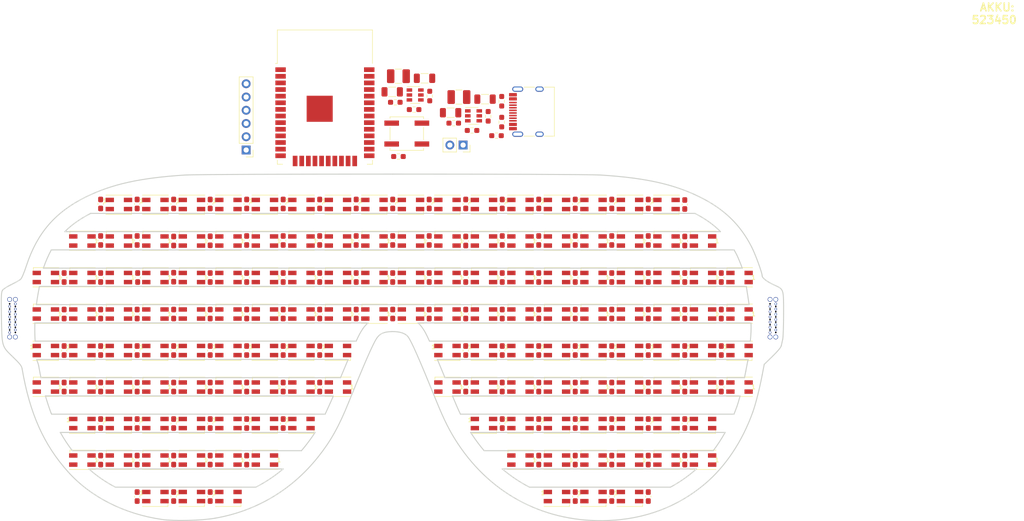
<source format=kicad_pcb>
(kicad_pcb (version 20210424) (generator pcbnew)
  (layers (0 "F.Cu" signal) (31 "B.Cu" signal) (34 "B.Paste" user) (35 "F.Paste" user) (36 "B.SilkS" user "B.Silkscreen") (37 "F.SilkS" user "F.Silkscreen") (38 "B.Mask" user) (39 "F.Mask" user) (44 "Edge.Cuts" user))
  (net 0 "")
  (net 1 "GND")
  (net 2 "+5V")
  (net 3 "+BATT")
  (net 4 "+3V3")
  (net 5 "Net-(D1-Pad2)")
  (net 6 "/sheet60A47726/DOUT")
  (net 8 "Net-(D3-Pad2)")
  (net 9 "/gschau/DIN")
  (net 10 "Net-(D4-Pad2)")
  (net 11 "Net-(D35-Pad2)")
  (net 12 "Net-(D5-Pad2)")
  (net 13 "Net-(D36-Pad2)")
  (net 14 "Net-(D10-Pad4)")
  (net 15 "Net-(D37-Pad2)")
  (net 16 "Net-(D11-Pad4)")
  (net 17 "Net-(D12-Pad4)")
  (net 18 "Net-(D13-Pad4)")
  (net 19 "Net-(D10-Pad2)")
  (net 20 "Net-(D11-Pad2)")
  (net 21 "Net-(D12-Pad2)")
  (net 22 "Net-(D13-Pad2)")
  (net 23 "Net-(D14-Pad2)")
  (net 24 "Net-(D15-Pad2)")
  (net 25 "Net-(D16-Pad2)")
  (net 26 "Net-(D17-Pad2)")
  (net 27 "Net-(D18-Pad2)")
  (net 28 "Net-(D19-Pad2)")
  (net 29 "Net-(D20-Pad2)")
  (net 30 "Net-(D21-Pad2)")
  (net 31 "/gschau/DOUT")
  (net 32 "Net-(D23-Pad2)")
  (net 33 "Net-(D24-Pad2)")
  (net 34 "Net-(D25-Pad2)")
  (net 35 "Net-(D26-Pad2)")
  (net 36 "Net-(D27-Pad2)")
  (net 37 "Net-(D28-Pad2)")
  (net 38 "Net-(D29-Pad2)")
  (net 39 "Net-(D30-Pad2)")
  (net 40 "Net-(D31-Pad2)")
  (net 41 "Net-(D32-Pad2)")
  (net 42 "Net-(D33-Pad2)")
  (net 43 "Net-(D34-Pad2)")
  (net 44 "Net-(D38-Pad2)")
  (net 45 "Net-(D39-Pad2)")
  (net 46 "Net-(D39-Pad4)")
  (net 47 "Net-(D40-Pad2)")
  (net 48 "Net-(D40-Pad4)")
  (net 49 "Net-(D41-Pad2)")
  (net 50 "Net-(D41-Pad4)")
  (net 51 "Net-(D42-Pad2)")
  (net 52 "Net-(D43-Pad2)")
  (net 53 "Net-(D44-Pad2)")
  (net 54 "Net-(D45-Pad2)")
  (net 55 "Net-(D46-Pad2)")
  (net 56 "Net-(D47-Pad2)")
  (net 57 "Net-(D48-Pad2)")
  (net 58 "Net-(D49-Pad2)")
  (net 59 "Net-(D50-Pad2)")
  (net 60 "Net-(D51-Pad2)")
  (net 61 "Net-(D52-Pad2)")
  (net 62 "Net-(D53-Pad2)")
  (net 63 "Net-(D54-Pad2)")
  (net 64 "Net-(D55-Pad2)")
  (net 65 "Net-(D56-Pad2)")
  (net 66 "/sheet60813E03/DOUT")
  (net 67 "Net-(D58-Pad2)")
  (net 68 "Net-(D59-Pad2)")
  (net 69 "Net-(D60-Pad2)")
  (net 70 "Net-(D61-Pad2)")
  (net 71 "Net-(D62-Pad2)")
  (net 72 "Net-(D63-Pad2)")
  (net 73 "Net-(D64-Pad2)")
  (net 74 "Net-(D65-Pad2)")
  (net 75 "Net-(D66-Pad2)")
  (net 76 "Net-(D67-Pad2)")
  (net 77 "Net-(D68-Pad2)")
  (net 78 "Net-(D69-Pad2)")
  (net 79 "Net-(D73-Pad2)")
  (net 80 "Net-(D74-Pad2)")
  (net 81 "Net-(D105-Pad2)")
  (net 82 "Net-(D75-Pad2)")
  (net 83 "Net-(D106-Pad2)")
  (net 84 "Net-(D76-Pad2)")
  (net 85 "Net-(D107-Pad2)")
  (net 86 "Net-(D77-Pad2)")
  (net 87 "Net-(D78-Pad2)")
  (net 88 "Net-(D79-Pad2)")
  (net 89 "Net-(D80-Pad2)")
  (net 90 "Net-(D81-Pad2)")
  (net 91 "Net-(D82-Pad2)")
  (net 92 "Net-(D83-Pad2)")
  (net 93 "Net-(D84-Pad2)")
  (net 94 "Net-(D85-Pad2)")
  (net 95 "Net-(D86-Pad2)")
  (net 96 "Net-(D87-Pad2)")
  (net 97 "Net-(D88-Pad2)")
  (net 98 "Net-(D89-Pad2)")
  (net 99 "Net-(D90-Pad2)")
  (net 100 "Net-(D91-Pad2)")
  (net 101 "/sheet60A4741D/DOUT")
  (net 102 "Net-(D93-Pad2)")
  (net 103 "Net-(D94-Pad2)")
  (net 104 "Net-(D95-Pad2)")
  (net 105 "Net-(D96-Pad2)")
  (net 106 "Net-(D100-Pad4)")
  (net 107 "Net-(D101-Pad4)")
  (net 108 "Net-(D102-Pad4)")
  (net 109 "Net-(D100-Pad2)")
  (net 110 "Net-(D101-Pad2)")
  (net 111 "Net-(D102-Pad2)")
  (net 112 "Net-(D103-Pad2)")
  (net 113 "Net-(D104-Pad2)")
  (net 114 "Net-(D108-Pad2)")
  (net 115 "Net-(D109-Pad2)")
  (net 116 "Net-(D109-Pad4)")
  (net 117 "Net-(D110-Pad2)")
  (net 118 "Net-(D110-Pad4)")
  (net 119 "Net-(D111-Pad2)")
  (net 120 "Net-(D111-Pad4)")
  (net 121 "Net-(D112-Pad2)")
  (net 122 "Net-(D113-Pad2)")
  (net 123 "Net-(D114-Pad2)")
  (net 124 "Net-(D115-Pad2)")
  (net 125 "Net-(D116-Pad2)")
  (net 126 "Net-(D117-Pad2)")
  (net 127 "Net-(D118-Pad2)")
  (net 128 "Net-(D119-Pad2)")
  (net 129 "Net-(D120-Pad2)")
  (net 130 "Net-(D121-Pad2)")
  (net 131 "Net-(D122-Pad2)")
  (net 132 "Net-(D123-Pad2)")
  (net 133 "Net-(D124-Pad2)")
  (net 134 "Net-(D125-Pad2)")
  (net 135 "Net-(D126-Pad2)")
  (net 136 "Net-(D128-Pad2)")
  (net 137 "Net-(D129-Pad2)")
  (net 138 "Net-(D130-Pad2)")
  (net 139 "Net-(D131-Pad2)")
  (net 140 "Net-(D132-Pad2)")
  (net 141 "Net-(D133-Pad2)")
  (net 142 "Net-(D134-Pad2)")
  (net 143 "Net-(D135-Pad2)")
  (net 144 "Net-(D136-Pad2)")
  (net 145 "Net-(D137-Pad2)")
  (net 146 "Net-(D138-Pad2)")
  (net 147 "Net-(D139-Pad2)")
  (net 148 "/ENABLE")
  (net 149 "Net-(J1-Pad5)")
  (net 150 "Net-(J1-Pad3)")
  (net 151 "Net-(J1-Pad2)")
  (net 153 "Net-(J3-PadA5)")
  (net 158 "Net-(J3-PadB5)")
  (net 159 "Net-(L1-Pad1)")
  (net 160 "Net-(L2-Pad1)")
  (net 161 "Net-(R1-Pad1)")
  (net 162 "Net-(R2-Pad1)")
  (net 199 "Net-(R3-Pad2)")
  (net 200 "Net-(R5-Pad2)")
  (net 206 "Net-(J3-PadA6)")
  (net 207 "Net-(U3-Pad24)")
  (footprint "Capacitor_SMD:C_1206_3216Metric" (layer "F.Cu") (at 140.2 77.8 180)
    (fp_text reference "C1" hide)
    (fp_text value "4µ7")
  )
  (footprint "Capacitor_SMD:C_1206_3216Metric" (layer "F.Cu") (at 128.6 73.8 180)
    (fp_text reference "C2" hide)
    (fp_text value "4µ7")
  )
  (footprint "Capacitor_SMD:C_1206_3216Metric" (layer "F.Cu") (at 133.6 80.4)
    (fp_text reference "C3" hide)
    (fp_text value "4µ7")
  )
  (footprint "Capacitor_SMD:C_1206_3216Metric" (layer "F.Cu") (at 122.4 76.4)
    (fp_text reference "C4" hide)
    (fp_text value "4µ7")
  )
  (footprint "Capacitor_SMD:C_0603_1608Metric_Pad1.08x0.95mm_HandSolder" (layer "F.Cu") (at 66.5 126 -90)
    (fp_text reference "C8" hide)
    (fp_text value "C100n")
  )
  (footprint "Capacitor_SMD:C_0603_1608Metric_Pad1.08x0.95mm_HandSolder" (layer "F.Cu") (at 73.5 119 90)
    (fp_text reference "C9" hide)
    (fp_text value "C100n")
  )
  (footprint "Capacitor_SMD:C_0603_1608Metric_Pad1.08x0.95mm_HandSolder" (layer "F.Cu") (at 87.5 119 90)
    (fp_text reference "C10" hide)
    (fp_text value "C100n")
  )
  (footprint "Capacitor_SMD:C_0603_1608Metric_Pad1.08x0.95mm_HandSolder" (layer "F.Cu") (at 73.6 112 90)
    (fp_text reference "C13" hide)
    (fp_text value "C100n")
  )
  (footprint "Capacitor_SMD:C_0603_1608Metric_Pad1.08x0.95mm_HandSolder" (layer "F.Cu") (at 108.5 119 90)
    (fp_text reference "C14" hide)
    (fp_text value "C100n")
  )
  (footprint "Capacitor_SMD:C_0603_1608Metric_Pad1.08x0.95mm_HandSolder" (layer "F.Cu") (at 59.5 133 90)
    (fp_text reference "C15" hide)
    (fp_text value "C100n")
  )
  (footprint "Capacitor_SMD:C_0603_1608Metric_Pad1.08x0.95mm_HandSolder" (layer "F.Cu") (at 66.5 133 90)
    (fp_text reference "C16" hide)
    (fp_text value "C100n")
  )
  (footprint "Capacitor_SMD:C_0603_1608Metric_Pad1.08x0.95mm_HandSolder" (layer "F.Cu") (at 101.5 119 90)
    (fp_text reference "C17" hide)
    (fp_text value "C100n")
  )
  (footprint "Capacitor_SMD:C_0603_1608Metric_Pad1.08x0.95mm_HandSolder" (layer "F.Cu") (at 115.5 119 90)
    (fp_text reference "C18" hide)
    (fp_text value "C100n")
  )
  (footprint "Capacitor_SMD:C_0603_1608Metric_Pad1.08x0.95mm_HandSolder" (layer "F.Cu") (at 73.5 133 90)
    (fp_text reference "C19" hide)
    (fp_text value "C100n")
  )
  (footprint "Capacitor_SMD:C_0603_1608Metric_Pad1.08x0.95mm_HandSolder" (layer "F.Cu") (at 73.5 126 -90)
    (fp_text reference "C20" hide)
    (fp_text value "C100n")
  )
  (footprint "Capacitor_SMD:C_0603_1608Metric_Pad1.08x0.95mm_HandSolder" (layer "F.Cu") (at 59.5 126 -90)
    (fp_text reference "C21" hide)
    (fp_text value "C100n")
  )
  (footprint "Capacitor_SMD:C_0603_1608Metric_Pad1.08x0.95mm_HandSolder" (layer "F.Cu") (at 59.5 112 90)
    (fp_text reference "C22" hide)
    (fp_text value "C100n")
  )
  (footprint "Capacitor_SMD:C_0603_1608Metric_Pad1.08x0.95mm_HandSolder" (layer "F.Cu") (at 94.5 112 90)
    (fp_text reference "C23" hide)
    (fp_text value "C100n")
  )
  (footprint "Capacitor_SMD:C_0603_1608Metric_Pad1.08x0.95mm_HandSolder" (layer "F.Cu") (at 129.5 112 90)
    (fp_text reference "C24" hide)
    (fp_text value "C100n")
  )
  (footprint "Capacitor_SMD:C_0603_1608Metric_Pad1.08x0.95mm_HandSolder" (layer "F.Cu") (at 66.5 119 90)
    (fp_text reference "C25" hide)
    (fp_text value "C100n")
  )
  (footprint "Capacitor_SMD:C_0603_1608Metric_Pad1.08x0.95mm_HandSolder" (layer "F.Cu") (at 80.5 119 90)
    (fp_text reference "C26" hide)
    (fp_text value "C100n")
  )
  (footprint "Capacitor_SMD:C_0603_1608Metric_Pad1.08x0.95mm_HandSolder" (layer "F.Cu") (at 108.5 112 90)
    (fp_text reference "C27" hide)
    (fp_text value "C100n")
  )
  (footprint "Capacitor_SMD:C_0603_1608Metric_Pad1.08x0.95mm_HandSolder" (layer "F.Cu") (at 66.5 140 -90)
    (fp_text reference "C28" hide)
    (fp_text value "C100n")
  )
  (footprint "Capacitor_SMD:C_0603_1608Metric_Pad1.08x0.95mm_HandSolder" (layer "F.Cu") (at 136.5 112 90)
    (fp_text reference "C29" hide)
    (fp_text value "C100n")
  )
  (footprint "Capacitor_SMD:C_0603_1608Metric_Pad1.08x0.95mm_HandSolder" (layer "F.Cu") (at 143.5 112 90)
    (fp_text reference "C30" hide)
    (fp_text value "C100n")
  )
  (footprint "Capacitor_SMD:C_0603_1608Metric_Pad1.08x0.95mm_HandSolder" (layer "F.Cu") (at 73.5 140 -90)
    (fp_text reference "C31" hide)
    (fp_text value "C100n")
  )
  (footprint "Capacitor_SMD:C_0603_1608Metric_Pad1.08x0.95mm_HandSolder" (layer "F.Cu") (at 73.5 97.9 -90)
    (fp_text reference "C32" hide)
    (fp_text value "C100n")
  )
  (footprint "Capacitor_SMD:C_0603_1608Metric_Pad1.08x0.95mm_HandSolder" (layer "F.Cu") (at 80.5 111.9375 90)
    (fp_text reference "C33" hide)
    (fp_text value "C100n")
  )
  (footprint "Capacitor_SMD:C_0603_1608Metric_Pad1.08x0.95mm_HandSolder" (layer "F.Cu") (at 87.5 112 90)
    (fp_text reference "C35" hide)
    (fp_text value "C100n")
  )
  (footprint "Capacitor_SMD:C_0603_1608Metric_Pad1.08x0.95mm_HandSolder" (layer "F.Cu") (at 122.5 119 90)
    (fp_text reference "C36" hide)
    (fp_text value "C100n")
  )
  (footprint "Capacitor_SMD:C_0603_1608Metric_Pad1.08x0.95mm_HandSolder" (layer "F.Cu") (at 122.5 112 90)
    (fp_text reference "C37" hide)
    (fp_text value "C100n")
  )
  (footprint "Capacitor_SMD:C_0603_1608Metric_Pad1.08x0.95mm_HandSolder" (layer "F.Cu") (at 115.5 112 90)
    (fp_text reference "C39" hide)
    (fp_text value "C100n")
  )
  (footprint "Capacitor_SMD:C_0603_1608Metric_Pad1.08x0.95mm_HandSolder" (layer "F.Cu") (at 66.5 112 90)
    (fp_text reference "C40" hide)
    (fp_text value "C100n")
  )
  (footprint "Capacitor_SMD:C_0603_1608Metric_Pad1.08x0.95mm_HandSolder" (layer "F.Cu") (at 59.5 119 90)
    (fp_text reference "C41" hide)
    (fp_text value "C100n")
  )
  (footprint "Capacitor_SMD:C_0603_1608Metric_Pad1.08x0.95mm_HandSolder" (layer "F.Cu") (at 157.5 126 -90)
    (fp_text reference "C43" hide)
    (fp_text value "C100n")
  )
  (footprint "Capacitor_SMD:C_0603_1608Metric_Pad1.08x0.95mm_HandSolder" (layer "F.Cu") (at 108.5 133 90)
    (fp_text reference "C44" hide)
    (fp_text value "C100n")
  )
  (footprint "Capacitor_SMD:C_0603_1608Metric_Pad1.08x0.95mm_HandSolder" (layer "F.Cu") (at 108.5 126 -90)
    (fp_text reference "C45" hide)
    (fp_text value "C100n")
  )
  (footprint "Capacitor_SMD:C_0603_1608Metric_Pad1.08x0.95mm_HandSolder" (layer "F.Cu") (at 87.5 126 -90)
    (fp_text reference "C47" hide)
    (fp_text value "C100n")
  )
  (footprint "Capacitor_SMD:C_0603_1608Metric_Pad1.08x0.95mm_HandSolder" (layer "F.Cu") (at 101.5 140 -90)
    (fp_text reference "C48" hide)
    (fp_text value "C100n")
  )
  (footprint "Capacitor_SMD:C_0603_1608Metric_Pad1.08x0.95mm_HandSolder" (layer "F.Cu") (at 94.5 133 90)
    (fp_text reference "C49" hide)
    (fp_text value "C100n")
  )
  (footprint "Capacitor_SMD:C_0603_1608Metric_Pad1.08x0.95mm_HandSolder" (layer "F.Cu") (at 73.5 147 90)
    (fp_text reference "C50" hide)
    (fp_text value "C100n")
  )
  (footprint "Capacitor_SMD:C_0603_1608Metric_Pad1.08x0.95mm_HandSolder" (layer "F.Cu") (at 80.5 154 -90)
    (fp_text reference "C51" hide)
    (fp_text value "C100n")
  )
  (footprint "Capacitor_SMD:C_0603_1608Metric_Pad1.08x0.95mm_HandSolder" (layer "F.Cu") (at 136.5 133 90)
    (fp_text reference "C52" hide)
    (fp_text value "C100n")
  )
  (footprint "Capacitor_SMD:C_0603_1608Metric_Pad1.08x0.95mm_HandSolder" (layer "F.Cu") (at 87.5 140 -90)
    (fp_text reference "C53" hide)
    (fp_text value "C100n")
  )
  (footprint "Capacitor_SMD:C_0603_1608Metric_Pad1.08x0.95mm_HandSolder" (layer "F.Cu") (at 136.5 126 -90)
    (fp_text reference "C54" hide)
    (fp_text value "C100n")
  )
  (footprint "Capacitor_SMD:C_0603_1608Metric_Pad1.08x0.95mm_HandSolder" (layer "F.Cu") (at 150.5 133 90)
    (fp_text reference "C55" hide)
    (fp_text value "C100n")
  )
  (footprint "Capacitor_SMD:C_0603_1608Metric_Pad1.08x0.95mm_HandSolder" (layer "F.Cu") (at 101.5 126 -90)
    (fp_text reference "C56" hide)
    (fp_text value "C100n")
  )
  (footprint "Capacitor_SMD:C_0603_1608Metric_Pad1.08x0.95mm_HandSolder" (layer "F.Cu") (at 80.5 126 -90)
    (fp_text reference "C57" hide)
    (fp_text value "C100n")
  )
  (footprint "Capacitor_SMD:C_0603_1608Metric_Pad1.08x0.95mm_HandSolder" (layer "F.Cu") (at 87.5 154 -90)
    (fp_text reference "C58" hide)
    (fp_text value "C100n")
  )
  (footprint "Capacitor_SMD:C_0603_1608Metric_Pad1.08x0.95mm_HandSolder" (layer "F.Cu") (at 178.5 126 -90)
    (fp_text reference "C59" hide)
    (fp_text value "C100n")
  )
  (footprint "Capacitor_SMD:C_0603_1608Metric_Pad1.08x0.95mm_HandSolder" (layer "F.Cu") (at 157.5 133 90)
    (fp_text reference "C60" hide)
    (fp_text value "C100n")
  )
  (footprint "Capacitor_SMD:C_0603_1608Metric_Pad1.08x0.95mm_HandSolder" (layer "F.Cu") (at 80.5 140 -90)
    (fp_text reference "C61" hide)
    (fp_text value "C100n")
  )
  (footprint "Capacitor_SMD:C_0603_1608Metric_Pad1.08x0.95mm_HandSolder" (layer "F.Cu") (at 87.5 133 90)
    (fp_text reference "C62" hide)
    (fp_text value "C100n")
  )
  (footprint "Capacitor_SMD:C_0603_1608Metric_Pad1.08x0.95mm_HandSolder" (layer "F.Cu") (at 164.5 133 90)
    (fp_text reference "C63" hide)
    (fp_text value "C100n")
  )
  (footprint "Capacitor_SMD:C_0603_1608Metric_Pad1.08x0.95mm_HandSolder" (layer "F.Cu") (at 94.5 126 -90)
    (fp_text reference "C64" hide)
    (fp_text value "C100n")
  )
  (footprint "Capacitor_SMD:C_0603_1608Metric_Pad1.08x0.95mm_HandSolder" (layer "F.Cu") (at 143.5 126 90)
    (fp_text reference "C65" hide)
    (fp_text value "C100n")
  )
  (footprint "Capacitor_SMD:C_0603_1608Metric_Pad1.08x0.95mm_HandSolder" (layer "F.Cu") (at 66.5 147 90)
    (fp_text reference "C66" hide)
    (fp_text value "C100n")
  )
  (footprint "Capacitor_SMD:C_0603_1608Metric_Pad1.08x0.95mm_HandSolder" (layer "F.Cu") (at 157.5 154 -90)
    (fp_text reference "C68" hide)
    (fp_text value "C100n")
  )
  (footprint "Capacitor_SMD:C_0603_1608Metric_Pad1.08x0.95mm_HandSolder" (layer "F.Cu") (at 80.5 147 90)
    (fp_text reference "C70" hide)
    (fp_text value "C100n")
  )
  (footprint "Capacitor_SMD:C_0603_1608Metric_Pad1.08x0.95mm_HandSolder" (layer "F.Cu") (at 101.5 133 90)
    (fp_text reference "C71" hide)
    (fp_text value "C100n")
  )
  (footprint "Capacitor_SMD:C_0603_1608Metric_Pad1.08x0.95mm_HandSolder" (layer "F.Cu") (at 94.5 147 90)
    (fp_text reference "C72" hide)
    (fp_text value "C100n")
  )
  (footprint "Capacitor_SMD:C_0603_1608Metric_Pad1.08x0.95mm_HandSolder" (layer "F.Cu") (at 80.5 133 90)
    (fp_text reference "C73" hide)
    (fp_text value "C100n")
  )
  (footprint "Capacitor_SMD:C_0603_1608Metric_Pad1.08x0.95mm_HandSolder" (layer "F.Cu") (at 87.5 147 90)
    (fp_text reference "C74" hide)
    (fp_text value "C100n")
  )
  (footprint "Capacitor_SMD:C_0603_1608Metric_Pad1.08x0.95mm_HandSolder" (layer "F.Cu") (at 178.5 105 90)
    (fp_text reference "C75" hide)
    (fp_text value "C100n")
  )
  (footprint "Capacitor_SMD:C_0603_1608Metric_Pad1.08x0.95mm_HandSolder" (layer "F.Cu") (at 101.5 112 90)
    (fp_text reference "C76" hide)
    (fp_text value "C100n")
  )
  (footprint "Capacitor_SMD:C_0603_1608Metric_Pad1.08x0.95mm_HandSolder" (layer "F.Cu") (at 178.5 147 90)
    (fp_text reference "C78" hide)
    (fp_text value "C100n")
  )
  (footprint "Capacitor_SMD:C_0603_1608Metric_Pad1.08x0.95mm_HandSolder" (layer "F.Cu") (at 178.5 112 90)
    (fp_text reference "C79" hide)
    (fp_text value "C100n")
  )
  (footprint "Capacitor_SMD:C_0603_1608Metric_Pad1.08x0.95mm_HandSolder" (layer "F.Cu") (at 150.5 140 -90)
    (fp_text reference "C80" hide)
    (fp_text value "C100n")
  )
  (footprint "Capacitor_SMD:C_0603_1608Metric_Pad1.08x0.95mm_HandSolder" (layer "F.Cu") (at 178.5 140 -90)
    (fp_text reference "C82" hide)
    (fp_text value "C100n")
  )
  (footprint "Capacitor_SMD:C_0603_1608Metric_Pad1.08x0.95mm_HandSolder" (layer "F.Cu") (at 178.5 133 90)
    (fp_text reference "C83" hide)
    (fp_text value "C100n")
  )
  (footprint "Capacitor_SMD:C_0603_1608Metric_Pad1.08x0.95mm_HandSolder" (layer "F.Cu") (at 157.5 119 90)
    (fp_text reference "C84" hide)
    (fp_text value "C100n")
  )
  (footprint "Capacitor_SMD:C_0603_1608Metric_Pad1.08x0.95mm_HandSolder" (layer "F.Cu") (at 129.5 119 90)
    (fp_text reference "C85" hide)
    (fp_text value "C100n")
  )
  (footprint "Capacitor_SMD:C_0603_1608Metric_Pad1.08x0.95mm_HandSolder" (layer "F.Cu") (at 150.5 112 90)
    (fp_text reference "C86" hide)
    (fp_text value "C100n")
  )
  (footprint "Capacitor_SMD:C_0603_1608Metric_Pad1.08x0.95mm_HandSolder" (layer "F.Cu") (at 164.5 147 90)
    (fp_text reference "C87" hide)
    (fp_text value "C100n")
  )
  (footprint "Capacitor_SMD:C_0603_1608Metric_Pad1.08x0.95mm_HandSolder" (layer "F.Cu") (at 157.5 112 90)
    (fp_text reference "C88" hide)
    (fp_text value "C100n")
  )
  (footprint "Capacitor_SMD:C_0603_1608Metric_Pad1.08x0.95mm_HandSolder" (layer "F.Cu") (at 136.5 119 90)
    (fp_text reference "C89" hide)
    (fp_text value "C100n")
  )
  (footprint "Capacitor_SMD:C_0603_1608Metric_Pad1.08x0.95mm_HandSolder" (layer "F.Cu") (at 143.5 140 -90)
    (fp_text reference "C90" hide)
    (fp_text value "C100n")
  )
  (footprint "Capacitor_SMD:C_0603_1608Metric_Pad1.08x0.95mm_HandSolder" (layer "F.Cu") (at 157.5 140 -90)
    (fp_text reference "C91" hide)
    (fp_text value "C100n")
  )
  (footprint "Capacitor_SMD:C_0603_1608Metric_Pad1.08x0.95mm_HandSolder" (layer "F.Cu") (at 143.5 119 90)
    (fp_text reference "C92" hide)
    (fp_text value "C100n")
  )
  (footprint "Capacitor_SMD:C_0603_1608Metric_Pad1.08x0.95mm_HandSolder" (layer "F.Cu") (at 164.5 140 -90)
    (fp_text reference "C93" hide)
    (fp_text value "C100n")
  )
  (footprint "Capacitor_SMD:C_0603_1608Metric_Pad1.08x0.95mm_HandSolder" (layer "F.Cu") (at 171.5 133 90)
    (fp_text reference "C94" hide)
    (fp_text value "C100n")
  )
  (footprint "Capacitor_SMD:C_0603_1608Metric_Pad1.08x0.95mm_HandSolder" (layer "F.Cu") (at 171.5 126 -90)
    (fp_text reference "C95" hide)
    (fp_text value "C100n")
  )
  (footprint "Capacitor_SMD:C_0603_1608Metric_Pad1.08x0.95mm_HandSolder" (layer "F.Cu") (at 171.5 119 90)
    (fp_text reference "C96" hide)
    (fp_text value "C100n")
  )
  (footprint "Capacitor_SMD:C_0603_1608Metric_Pad1.08x0.95mm_HandSolder" (layer "F.Cu") (at 164.5 154 -90)
    (fp_text reference "C97" hide)
    (fp_text value "C100n")
  )
  (footprint "Capacitor_SMD:C_0603_1608Metric_Pad1.08x0.95mm_HandSolder" (layer "F.Cu") (at 157.5 147 90)
    (fp_text reference "C98" hide)
    (fp_text value "C100n")
  )
  (footprint "Capacitor_SMD:C_0603_1608Metric_Pad1.08x0.95mm_HandSolder" (layer "F.Cu") (at 185.5 133 90)
    (fp_text reference "C99" hide)
    (fp_text value "C100n")
  )
  (footprint "Capacitor_SMD:C_0603_1608Metric_Pad1.08x0.95mm_HandSolder" (layer "F.Cu") (at 171.5 112 90)
    (fp_text reference "C100" hide)
    (fp_text value "C100n")
  )
  (footprint "Capacitor_SMD:C_0603_1608Metric_Pad1.08x0.95mm_HandSolder" (layer "F.Cu") (at 185.5 119 90)
    (fp_text reference "C102" hide)
    (fp_text value "C100n")
  )
  (footprint "Capacitor_SMD:C_0603_1608Metric_Pad1.08x0.95mm_HandSolder" (layer "F.Cu") (at 150.5 147 90)
    (fp_text reference "C104" hide)
    (fp_text value "C100n")
  )
  (footprint "Capacitor_SMD:C_0603_1608Metric_Pad1.08x0.95mm_HandSolder" (layer "F.Cu") (at 185.5 126 -90)
    (fp_text reference "C105" hide)
    (fp_text value "C100n")
  )
  (footprint "Capacitor_SMD:C_0603_1608Metric_Pad1.08x0.95mm_HandSolder" (layer "F.Cu") (at 178.5 119 90)
    (fp_text reference "C106" hide)
    (fp_text value "C100n")
  )
  (footprint "Capacitor_SMD:C_0603_1608Metric_Pad1.08x0.95mm_HandSolder" (layer "F.Cu") (at 185.5 112 90)
    (fp_text reference "C107" hide)
    (fp_text value "C100n")
  )
  (footprint "Capacitor_SMD:C_0603_1608Metric_Pad1.08x0.95mm_HandSolder" (layer "F.Cu") (at 171.5 147 90)
    (fp_text reference "C108" hide)
    (fp_text value "C100n")
  )
  (footprint "Capacitor_SMD:C_0603_1608Metric_Pad1.08x0.95mm_HandSolder" (layer "F.Cu") (at 164.5 112 90)
    (fp_text reference "C109" hide)
    (fp_text value "C100n")
  )
  (footprint "Capacitor_SMD:C_0603_1608Metric_Pad1.08x0.95mm_HandSolder" (layer "F.Cu") (at 164.5 119 90)
    (fp_text reference "C110" hide)
    (fp_text value "C100n")
  )
  (footprint "Capacitor_SMD:C_0603_1608Metric_Pad1.08x0.95mm_HandSolder" (layer "F.Cu") (at 150.5 97.9 -90)
    (fp_text reference "C113" hide)
    (fp_text value "C100n")
  )
  (footprint "Capacitor_SMD:C_0603_1608Metric_Pad1.08x0.95mm_HandSolder" (layer "F.Cu") (at 157.5 104.9 90)
    (fp_text reference "C114" hide)
    (fp_text value "C100n")
  )
  (footprint "Capacitor_SMD:C_0603_1608Metric_Pad1.08x0.95mm_HandSolder" (layer "F.Cu") (at 101.5 104.9 90)
    (fp_text reference "C115" hide)
    (fp_text value "C100n")
  )
  (footprint "Capacitor_SMD:C_0603_1608Metric_Pad1.08x0.95mm_HandSolder" (layer "F.Cu") (at 143.5 97.9 -90)
    (fp_text reference "C117" hide)
    (fp_text value "C100n")
  )
  (footprint "Capacitor_SMD:C_0603_1608Metric_Pad1.08x0.95mm_HandSolder" (layer "F.Cu") (at 164.5 97.9 -90)
    (fp_text reference "C118" hide)
    (fp_text value "C100n")
  )
  (footprint "Capacitor_SMD:C_0603_1608Metric_Pad1.08x0.95mm_HandSolder" (layer "F.Cu") (at 136.5 105 90)
    (fp_text reference "C120" hide)
    (fp_text value "C100n")
  )
  (footprint "Capacitor_SMD:C_0603_1608Metric_Pad1.08x0.95mm_HandSolder" (layer "F.Cu") (at 73.5 104.9 90)
    (fp_text reference "C121" hide)
    (fp_text value "C100n")
  )
  (footprint "Capacitor_SMD:C_0603_1608Metric_Pad1.08x0.95mm_HandSolder" (layer "F.Cu") (at 122.5 97.9 -90)
    (fp_text reference "C122" hide)
    (fp_text value "C100n")
  )
  (footprint "Capacitor_SMD:C_0603_1608Metric_Pad1.08x0.95mm_HandSolder" (layer "F.Cu") (at 122.5 104.9 90)
    (fp_text reference "C123" hide)
    (fp_text value "C100n")
  )
  (footprint "Capacitor_SMD:C_0603_1608Metric_Pad1.08x0.95mm_HandSolder" (layer "F.Cu") (at 108.5 104.9 90)
    (fp_text reference "C124" hide)
    (fp_text value "C100n")
  )
  (footprint "Capacitor_SMD:C_0603_1608Metric_Pad1.08x0.95mm_HandSolder" (layer "F.Cu") (at 171.5 104.9 90)
    (fp_text reference "C125" hide)
    (fp_text value "C100n")
  )
  (footprint "Capacitor_SMD:C_0603_1608Metric_Pad1.08x0.95mm_HandSolder" (layer "F.Cu") (at 136.5 97.9 -90)
    (fp_text reference "C126" hide)
    (fp_text value "C100n")
  )
  (footprint "Capacitor_SMD:C_0603_1608Metric_Pad1.08x0.95mm_HandSolder" (layer "F.Cu") (at 157.5 97.9 -90)
    (fp_text reference "C127" hide)
    (fp_text value "C100n")
  )
  (footprint "Capacitor_SMD:C_0603_1608Metric_Pad1.08x0.95mm_HandSolder" (layer "F.Cu") (at 171.5 97.9 -90)
    (fp_text reference "C128" hide)
    (fp_text value "C100n")
  )
  (footprint "Capacitor_SMD:C_0603_1608Metric_Pad1.08x0.95mm_HandSolder" (layer "F.Cu") (at 143.5 104.9 90)
    (fp_text reference "C129" hide)
    (fp_text value "C100n")
  )
  (footprint "Capacitor_SMD:C_0603_1608Metric_Pad1.08x0.95mm_HandSolder" (layer "F.Cu") (at 80.5 97.9 -90)
    (fp_text reference "C131" hide)
    (fp_text value "C100n")
  )
  (footprint "Capacitor_SMD:C_0603_1608Metric_Pad1.08x0.95mm_HandSolder" (layer "F.Cu") (at 87.5 97.9 -90)
    (fp_text reference "C132" hide)
    (fp_text value "C100n")
  )
  (footprint "Capacitor_SMD:C_0603_1608Metric_Pad1.08x0.95mm_HandSolder" (layer "F.Cu") (at 94.5 97.9 -90)
    (fp_text reference "C133" hide)
    (fp_text value "C100n")
  )
  (footprint "Capacitor_SMD:C_0603_1608Metric_Pad1.08x0.95mm_HandSolder" (layer "F.Cu") (at 101.5 97.9 -90)
    (fp_text reference "C134" hide)
    (fp_text value "C100n")
  )
  (footprint "Capacitor_SMD:C_0603_1608Metric_Pad1.08x0.95mm_HandSolder" (layer "F.Cu") (at 150.5 104.9 90)
    (fp_text reference "C135" hide)
    (fp_text value "C100n")
  )
  (footprint "Capacitor_SMD:C_0603_1608Metric_Pad1.08x0.95mm_HandSolder" (layer "F.Cu") (at 94.5 104.9 90)
    (fp_text reference "C136" hide)
    (fp_text value "C100n")
  )
  (footprint "Capacitor_SMD:C_0603_1608Metric_Pad1.08x0.95mm_HandSolder" (layer "F.Cu") (at 108.5 97.9 -90)
    (fp_text reference "C137" hide)
    (fp_text value "C100n")
  )
  (footprint "Capacitor_SMD:C_0603_1608Metric_Pad1.08x0.95mm_HandSolder" (layer "F.Cu") (at 143.5 133 90)
    (fp_text reference "C138" hide)
    (fp_text value "C100n")
  )
  (footprint "Capacitor_SMD:C_0603_1608Metric_Pad1.08x0.95mm_HandSolder" (layer "F.Cu") (at 66.5 97.9 -90)
    (fp_text reference "C139" hide)
    (fp_text value "C100n")
  )
  (footprint "Capacitor_SMD:C_0603_1608Metric_Pad1.08x0.95mm_HandSolder" (layer "F.Cu") (at 129.5 97.9 -90)
    (fp_text reference "C140" hide)
    (fp_text value "C100n")
  )
  (footprint "Capacitor_SMD:C_0603_1608Metric_Pad1.08x0.95mm_HandSolder" (layer "F.Cu") (at 164.5 104.9 90)
    (fp_text reference "C141" hide)
    (fp_text value "C100n")
  )
  (footprint "Capacitor_SMD:C_0603_1608Metric_Pad1.08x0.95mm_HandSolder" (layer "F.Cu") (at 115.5 104.9 90)
    (fp_text reference "C142" hide)
    (fp_text value "C100n")
  )
  (footprint "Capacitor_SMD:C_0603_1608Metric_Pad1.08x0.95mm_HandSolder" (layer "F.Cu") (at 129.5 104.9 90)
    (fp_text reference "C143" hide)
    (fp_text value "C100n")
  )
  (footprint "Capacitor_SMD:C_0603_1608Metric_Pad1.08x0.95mm_HandSolder" (layer "F.Cu") (at 87.5 104.9625 90)
    (fp_text reference "C144" hide)
    (fp_text value "C100n")
  )
  (footprint "Capacitor_SMD:C_0603_1608Metric_Pad1.08x0.95mm_HandSolder" (layer "F.Cu") (at 115.5 97.9 -90)
    (fp_text reference "C145" hide)
    (fp_text value "C100n")
  )
  (footprint "Capacitor_SMD:C_0603_1608Metric_Pad1.08x0.95mm_HandSolder" (layer "F.Cu") (at 66.5 104.9 90)
    (fp_text reference "C146" hide)
    (fp_text value "C100n")
  )
  (footprint "LED_SMD:LED_SK6812MINI_PLCC4_3.5x3.5mm_P1.75mm" (layer "F.Cu") (at 70 98)
    (fp_text reference "D2" hide)
    (fp_text value "WS2812B")
  )
  (footprint "LED_SMD:LED_SK6812MINI_PLCC4_3.5x3.5mm_P1.75mm" (layer "F.Cu") (at 168 154)
    (fp_text reference "D3" hide)
    (fp_text value "WS2812B")
  )
  (footprint "LED_SMD:LED_SK6812MINI_PLCC4_3.5x3.5mm_P1.75mm" (layer "F.Cu") (at 91 147 180)
    (fp_text reference "D4" hide)
    (fp_text value "WS2812B")
  )
  (footprint "LED_SMD:LED_SK6812MINI_PLCC4_3.5x3.5mm_P1.75mm" (layer "F.Cu") (at 168 140)
    (fp_text reference "D5" hide)
    (fp_text value "WS2812B")
  )
  (footprint "LED_SMD:LED_SK6812MINI_PLCC4_3.5x3.5mm_P1.75mm" (layer "F.Cu") (at 70 140)
    (fp_text reference "D6" hide)
    (fp_text value "WS2812B")
  )
  (footprint "LED_SMD:LED_SK6812MINI_PLCC4_3.5x3.5mm_P1.75mm" (layer "F.Cu") (at 161 154)
    (fp_text reference "D7" hide)
    (fp_text value "WS2812B")
  )
  (footprint "LED_SMD:LED_SK6812MINI_PLCC4_3.5x3.5mm_P1.75mm" (layer "F.Cu") (at 98 147 180)
    (fp_text reference "D8" hide)
    (fp_text value "WS2812B")
  )
  (footprint "LED_SMD:LED_SK6812MINI_PLCC4_3.5x3.5mm_P1.75mm" (layer "F.Cu") (at 161 140)
    (fp_text reference "D9" hide)
    (fp_text value "WS2812B")
  )
  (footprint "LED_SMD:LED_SK6812MINI_PLCC4_3.5x3.5mm_P1.75mm" (layer "F.Cu") (at 63 140)
    (fp_text reference "D10" hide)
    (fp_text value "WS2812B")
  )
  (footprint "LED_SMD:LED_SK6812MINI_PLCC4_3.5x3.5mm_P1.75mm" (layer "F.Cu") (at 154 154)
    (fp_text reference "D11" hide)
    (fp_text value "WS2812B")
  )
  (footprint "LED_SMD:LED_SK6812MINI_PLCC4_3.5x3.5mm_P1.75mm" (layer "F.Cu") (at 147 147 180)
    (fp_text reference "D12" hide)
    (fp_text value "WS2812B")
  )
  (footprint "LED_SMD:LED_SK6812MINI_PLCC4_3.5x3.5mm_P1.75mm" (layer "F.Cu") (at 154 140)
    (fp_text reference "D13" hide)
    (fp_text value "WS2812B")
  )
  (footprint "LED_SMD:LED_SK6812MINI_PLCC4_3.5x3.5mm_P1.75mm" (layer "F.Cu") (at 56 133 180)
    (fp_text reference "D14" hide)
    (fp_text value "WS2812B")
  )
  (footprint "LED_SMD:LED_SK6812MINI_PLCC4_3.5x3.5mm_P1.75mm" (layer "F.Cu") (at 91 154)
    (fp_text reference "D15" hide)
    (fp_text value "WS2812B")
  )
  (footprint "LED_SMD:LED_SK6812MINI_PLCC4_3.5x3.5mm_P1.75mm" (layer "F.Cu") (at 154 147 180)
    (fp_text reference "D16" hide)
    (fp_text value "WS2812B")
  )
  (footprint "LED_SMD:LED_SK6812MINI_PLCC4_3.5x3.5mm_P1.75mm" (layer "F.Cu") (at 147 140)
    (fp_text reference "D17" hide)
    (fp_text value "WS2812B")
  )
  (footprint "LED_SMD:LED_SK6812MINI_PLCC4_3.5x3.5mm_P1.75mm" (layer "F.Cu") (at 63 133 180)
    (fp_text reference "D18" hide)
    (fp_text value "WS2812B")
  )
  (footprint "LED_SMD:LED_SK6812MINI_PLCC4_3.5x3.5mm_P1.75mm" (layer "F.Cu") (at 84 154)
    (fp_text reference "D19" hide)
    (fp_text value "WS2812B")
  )
  (footprint "LED_SMD:LED_SK6812MINI_PLCC4_3.5x3.5mm_P1.75mm" (layer "F.Cu") (at 161 147 180)
    (fp_text reference "D20" hide)
    (fp_text value "WS2812B")
  )
  (footprint "LED_SMD:LED_SK6812MINI_PLCC4_3.5x3.5mm_P1.75mm" (layer "F.Cu") (at 140 140)
    (fp_text reference "D21" hide)
    (fp_text value "WS2812B")
  )
  (footprint "LED_SMD:LED_SK6812MINI_PLCC4_3.5x3.5mm_P1.75mm" (layer "F.Cu") (at 70 133 180)
    (fp_text reference "D22" hide)
    (fp_text value "WS2812B")
  )
  (footprint "LED_SMD:LED_SK6812MINI_PLCC4_3.5x3.5mm_P1.75mm" (layer "F.Cu") (at 77 154)
    (fp_text reference "D23" hide)
    (fp_text value "WS2812B")
  )
  (footprint "LED_SMD:LED_SK6812MINI_PLCC4_3.5x3.5mm_P1.75mm" (layer "F.Cu") (at 168 147 180)
    (fp_text reference "D24" hide)
    (fp_text value "WS2812B")
  )
  (footprint "LED_SMD:LED_SK6812MINI_PLCC4_3.5x3.5mm_P1.75mm" (layer "F.Cu") (at 105 140)
    (fp_text reference "D25" hide)
    (fp_text value "WS2812B")
  )
  (footprint "LED_SMD:LED_SK6812MINI_PLCC4_3.5x3.5mm_P1.75mm" (layer "F.Cu") (at 63 147 180)
    (fp_text reference "D26" hide)
    (fp_text value "WS2812B")
  )
  (footprint "LED_SMD:LED_SK6812MINI_PLCC4_3.5x3.5mm_P1.75mm" (layer "F.Cu") (at 175 147 180)
    (fp_text reference "D27" hide)
    (fp_text value "WS2812B")
  )
  (footprint "LED_SMD:LED_SK6812MINI_PLCC4_3.5x3.5mm_P1.75mm" (layer "F.Cu") (at 98 140)
    (fp_text reference "D28" hide)
    (fp_text value "WS2812B")
  )
  (footprint "LED_SMD:LED_SK6812MINI_PLCC4_3.5x3.5mm_P1.75mm" (layer "F.Cu") (at 70 147 180)
    (fp_text reference "D29" hide)
    (fp_text value "WS2812B")
  )
  (footprint "LED_SMD:LED_SK6812MINI_PLCC4_3.5x3.5mm_P1.75mm" (layer "F.Cu") (at 182 147 180)
    (fp_text reference "D30" hide)
    (fp_text value "WS2812B")
  )
  (footprint "LED_SMD:LED_SK6812MINI_PLCC4_3.5x3.5mm_P1.75mm" (layer "F.Cu") (at 91 140)
    (fp_text reference "D31" hide)
    (fp_text value "WS2812B")
  )
  (footprint "LED_SMD:LED_SK6812MINI_PLCC4_3.5x3.5mm_P1.75mm" (layer "F.Cu") (at 77 147 180)
    (fp_text reference "D32" hide)
    (fp_text value "WS2812B")
  )
  (footprint "LED_SMD:LED_SK6812MINI_PLCC4_3.5x3.5mm_P1.75mm" (layer "F.Cu") (at 182 140)
    (fp_text reference "D33" hide)
    (fp_text value "WS2812B")
  )
  (footprint "LED_SMD:LED_SK6812MINI_PLCC4_3.5x3.5mm_P1.75mm" (layer "F.Cu") (at 84 140)
    (fp_text reference "D34" hide)
    (fp_text value "WS2812B")
  )
  (footprint "LED_SMD:LED_SK6812MINI_PLCC4_3.5x3.5mm_P1.75mm" (layer "F.Cu") (at 84 147 180)
    (fp_text reference "D35" hide)
    (fp_text value "WS2812B")
  )
  (footprint "LED_SMD:LED_SK6812MINI_PLCC4_3.5x3.5mm_P1.75mm" (layer "F.Cu") (at 175 140)
    (fp_text reference "D36" hide)
    (fp_text value "WS2812B")
  )
  (footprint "LED_SMD:LED_SK6812MINI_PLCC4_3.5x3.5mm_P1.75mm" (layer "F.Cu") (at 77 140)
    (fp_text reference "D37" hide)
    (fp_text value "WS2812B")
  )
  (footprint "LED_SMD:LED_SK6812MINI_PLCC4_3.5x3.5mm_P1.75mm" (layer "F.Cu") (at 77 133 180)
    (fp_text reference "D38" hide)
    (fp_text value "WS2812B")
  )
  (footprint "LED_SMD:LED_SK6812MINI_PLCC4_3.5x3.5mm_P1.75mm" (layer "F.Cu") (at 161 133 180)
    (fp_text reference "D39" hide)
    (fp_text value "WS2812B")
  )
  (footprint "LED_SMD:LED_SK6812MINI_PLCC4_3.5x3.5mm_P1.75mm" (layer "F.Cu") (at 154 126)
    (fp_text reference "D40" hide)
    (fp_text value "WS2812B")
  )
  (footprint "LED_SMD:LED_SK6812MINI_PLCC4_3.5x3.5mm_P1.75mm" (layer "F.Cu") (at 70 126)
    (fp_text reference "D41" hide)
    (fp_text value "WS2812B")
  )
  (footprint "LED_SMD:LED_SK6812MINI_PLCC4_3.5x3.5mm_P1.75mm" (layer "F.Cu") (at 84 133 180)
    (fp_text reference "D42" hide)
    (fp_text value "WS2812B")
  )
  (footprint "LED_SMD:LED_SK6812MINI_PLCC4_3.5x3.5mm_P1.75mm" (layer "F.Cu") (at 168 133 180)
    (fp_text reference "D43" hide)
    (fp_text value "WS2812B")
  )
  (footprint "LED_SMD:LED_SK6812MINI_PLCC4_3.5x3.5mm_P1.75mm" (layer "F.Cu") (at 147 126)
    (fp_text reference "D44" hide)
    (fp_text value "WS2812B")
  )
  (footprint "LED_SMD:LED_SK6812MINI_PLCC4_3.5x3.5mm_P1.75mm" (layer "F.Cu") (at 63 126)
    (fp_text reference "D45" hide)
    (fp_text value "WS2812B")
  )
  (footprint "LED_SMD:LED_SK6812MINI_PLCC4_3.5x3.5mm_P1.75mm" (layer "F.Cu") (at 91 133 180)
    (fp_text reference "D46" hide)
    (fp_text value "WS2812B")
  )
  (footprint "LED_SMD:LED_SK6812MINI_PLCC4_3.5x3.5mm_P1.75mm" (layer "F.Cu") (at 175 133 180)
    (fp_text reference "D47" hide)
    (fp_text value "WS2812B")
  )
  (footprint "LED_SMD:LED_SK6812MINI_PLCC4_3.5x3.5mm_P1.75mm" (layer "F.Cu") (at 140 126)
    (fp_text reference "D48" hide)
    (fp_text value "WS2812B")
  )
  (footprint "LED_SMD:LED_SK6812MINI_PLCC4_3.5x3.5mm_P1.75mm" (layer "F.Cu") (at 56 126)
    (fp_text reference "D49" hide)
    (fp_text value "WS2812B")
  )
  (footprint "LED_SMD:LED_SK6812MINI_PLCC4_3.5x3.5mm_P1.75mm" (layer "F.Cu") (at 182 133 180)
    (fp_text reference "D51" hide)
    (fp_text value "WS2812B")
  )
  (footprint "LED_SMD:LED_SK6812MINI_PLCC4_3.5x3.5mm_P1.75mm" (layer "F.Cu") (at 133 126)
    (fp_text reference "D52" hide)
    (fp_text value "WS2812B")
  )
  (footprint "LED_SMD:LED_SK6812MINI_PLCC4_3.5x3.5mm_P1.75mm" (layer "F.Cu") (at 56 119 180)
    (fp_text reference "D53" hide)
    (fp_text value "WS2812B")
  )
  (footprint "LED_SMD:LED_SK6812MINI_PLCC4_3.5x3.5mm_P1.75mm" (layer "F.Cu") (at 105 133 180)
    (fp_text reference "D54" hide)
    (fp_text value "WS2812B")
  )
  (footprint "LED_SMD:LED_SK6812MINI_PLCC4_3.5x3.5mm_P1.75mm" (layer "F.Cu") (at 189 133 180)
    (fp_text reference "D55" hide)
    (fp_text value "WS2812B")
  )
  (footprint "LED_SMD:LED_SK6812MINI_PLCC4_3.5x3.5mm_P1.75mm" (layer "F.Cu") (at 112 126)
    (fp_text reference "D56" hide)
    (fp_text value "WS2812B")
  )
  (footprint "LED_SMD:LED_SK6812MINI_PLCC4_3.5x3.5mm_P1.75mm" (layer "F.Cu") (at 63 119 180)
    (fp_text reference "D57" hide)
    (fp_text value "WS2812B")
  )
  (footprint "LED_SMD:LED_SK6812MINI_PLCC4_3.5x3.5mm_P1.75mm" (layer "F.Cu") (at 112 133 180)
    (fp_text reference "D58" hide)
    (fp_text value "WS2812B")
  )
  (footprint "LED_SMD:LED_SK6812MINI_PLCC4_3.5x3.5mm_P1.75mm" (layer "F.Cu") (at 189 126)
    (fp_text reference "D59" hide)
    (fp_text value "WS2812B")
  )
  (footprint "LED_SMD:LED_SK6812MINI_PLCC4_3.5x3.5mm_P1.75mm" (layer "F.Cu") (at 105 126)
    (fp_text reference "D60" hide)
    (fp_text value "WS2812B")
  )
  (footprint "LED_SMD:LED_SK6812MINI_PLCC4_3.5x3.5mm_P1.75mm" (layer "F.Cu") (at 133 133 180)
    (fp_text reference "D61" hide)
    (fp_text value "WS2812B")
  )
  (footprint "LED_SMD:LED_SK6812MINI_PLCC4_3.5x3.5mm_P1.75mm" (layer "F.Cu") (at 182 126)
    (fp_text reference "D62" hide)
    (fp_text value "WS2812B")
  )
  (footprint "LED_SMD:LED_SK6812MINI_PLCC4_3.5x3.5mm_P1.75mm" (layer "F.Cu") (at 98 126)
    (fp_text reference "D63" hide)
    (fp_text value "WS2812B")
  )
  (footprint "LED_SMD:LED_SK6812MINI_PLCC4_3.5x3.5mm_P1.75mm" (layer "F.Cu") (at 140 133 180)
    (fp_text reference "D64" hide)
    (fp_text value "WS2812B")
  )
  (footprint "LED_SMD:LED_SK6812MINI_PLCC4_3.5x3.5mm_P1.75mm" (layer "F.Cu") (at 175 126)
    (fp_text reference "D65" hide)
    (fp_text value "WS2812B")
  )
  (footprint "LED_SMD:LED_SK6812MINI_PLCC4_3.5x3.5mm_P1.75mm" (layer "F.Cu") (at 91 126)
    (fp_text reference "D66" hide)
    (fp_text value "WS2812B")
  )
  (footprint "LED_SMD:LED_SK6812MINI_PLCC4_3.5x3.5mm_P1.75mm" (layer "F.Cu") (at 147 133 180)
    (fp_text reference "D67" hide)
    (fp_text value "WS2812B")
  )
  (footprint "LED_SMD:LED_SK6812MINI_PLCC4_3.5x3.5mm_P1.75mm" (layer "F.Cu") (at 168 126)
    (fp_text reference "D68" hide)
    (fp_text value "WS2812B")
  )
  (footprint "LED_SMD:LED_SK6812MINI_PLCC4_3.5x3.5mm_P1.75mm" (layer "F.Cu") (at 84 126)
    (fp_text reference "D69" hide)
    (fp_text value "WS2812B")
  )
  (footprint "LED_SMD:LED_SK6812MINI_PLCC4_3.5x3.5mm_P1.75mm" (layer "F.Cu") (at 154 133 180)
    (fp_text reference "D70" hide)
    (fp_text value "WS2812B")
  )
  (footprint "LED_SMD:LED_SK6812MINI_PLCC4_3.5x3.5mm_P1.75mm" (layer "F.Cu") (at 161 126)
    (fp_text reference "D71" hide)
    (fp_text value "WS2812B")
  )
  (footprint "LED_SMD:LED_SK6812MINI_PLCC4_3.5x3.5mm_P1.75mm" (layer "F.Cu") (at 77 126)
    (fp_text reference "D72" hide)
    (fp_text value "WS2812B")
  )
  (footprint "LED_SMD:LED_SK6812MINI_PLCC4_3.5x3.5mm_P1.75mm" (layer "F.Cu") (at 70 119 180)
    (fp_text reference "D73" hide)
    (fp_text value "WS2812B")
  )
  (footprint "LED_SMD:LED_SK6812MINI_PLCC4_3.5x3.5mm_P1.75mm" (layer "F.Cu") (at 140 119 180)
    (fp_text reference "D74" hide)
    (fp_text value "WS2812B")
  )
  (footprint "LED_SMD:LED_SK6812MINI_PLCC4_3.5x3.5mm_P1.75mm" (layer "F.Cu") (at 56 112 180)
    (fp_text reference "D75" hide)
    (fp_text value "WS2812B")
  )
  (footprint "LED_SMD:LED_SK6812MINI_PLCC4_3.5x3.5mm_P1.75mm" (layer "F.Cu") (at 126 112 180)
    (fp_text reference "D76" hide)
    (fp_text value "WS2812B")
  )
  (footprint "LED_SMD:LED_SK6812MINI_PLCC4_3.5x3.5mm_P1.75mm" (layer "F.Cu") (at 77 119 180)
    (fp_text reference "D77" hide)
    (fp_text value "WS2812B")
  )
  (footprint "LED_SMD:LED_SK6812MINI_PLCC4_3.5x3.5mm_P1.75mm" (layer "F.Cu") (at 147 119 180)
    (fp_text reference "D78" hide)
    (fp_text value "WS2812B")
  )
  (footprint "LED_SMD:LED_SK6812MINI_PLCC4_3.5x3.5mm_P1.75mm" (layer "F.Cu") (at 63 112 180)
    (fp_text reference "D79" hide)
    (fp_text value "WS2812B")
  )
  (footprint "LED_SMD:LED_SK6812MINI_PLCC4_3.5x3.5mm_P1.75mm" (layer "F.Cu") (at 133 112 180)
    (fp_text reference "D80" hide)
    (fp_text value "WS2812B")
  )
  (footprint "LED_SMD:LED_SK6812MINI_PLCC4_3.5x3.5mm_P1.75mm" (layer "F.Cu") (at 84 119 180)
    (fp_text reference "D81" hide)
    (fp_text value "WS2812B")
  )
  (footprint "LED_SMD:LED_SK6812MINI_PLCC4_3.5x3.5mm_P1.75mm" (layer "F.Cu") (at 154 119 180)
    (fp_text reference "D82" hide)
    (fp_text value "WS2812B")
  )
  (footprint "LED_SMD:LED_SK6812MINI_PLCC4_3.5x3.5mm_P1.75mm" (layer "F.Cu") (at 70 112 180)
    (fp_text reference "D83" hide)
    (fp_text value "WS2812B")
  )
  (footprint "LED_SMD:LED_SK6812MINI_PLCC4_3.5x3.5mm_P1.75mm" (layer "F.Cu") (at 140 112 180)
    (fp_text reference "D84" hide)
    (fp_text value "WS2812B")
  )
  (footprint "LED_SMD:LED_SK6812MINI_PLCC4_3.5x3.5mm_P1.75mm" (layer "F.Cu") (at 91 119 180)
    (fp_text reference "D85" hide)
    (fp_text value "WS2812B")
  )
  (footprint "LED_SMD:LED_SK6812MINI_PLCC4_3.5x3.5mm_P1.75mm" (layer "F.Cu") (at 161 119 180)
    (fp_text reference "D86" hide)
    (fp_text value "WS2812B")
  )
  (footprint "LED_SMD:LED_SK6812MINI_PLCC4_3.5x3.5mm_P1.75mm" (layer "F.Cu") (at 77 112 180)
    (fp_text reference "D87" hide)
    (fp_text value "WS2812B")
  )
  (footprint "LED_SMD:LED_SK6812MINI_PLCC4_3.5x3.5mm_P1.75mm" (layer "F.Cu") (at 147 112 180)
    (fp_text reference "D88" hide)
    (fp_text value "WS2812B")
  )
  (footprint "LED_SMD:LED_SK6812MINI_PLCC4_3.5x3.5mm_P1.75mm" (layer "F.Cu") (at 98 119 180)
    (fp_text reference "D89" hide)
    (fp_text value "WS2812B")
  )
  (footprint "LED_SMD:LED_SK6812MINI_PLCC4_3.5x3.5mm_P1.75mm" (layer "F.Cu") (at 168 119 180)
    (fp_text reference "D90" hide)
    (fp_text value "WS2812B")
  )
  (footprint "LED_SMD:LED_SK6812MINI_PLCC4_3.5x3.5mm_P1.75mm" (layer "F.Cu") (at 84 112 180)
    (fp_text reference "D91" hide)
    (fp_text value "WS2812B")
  )
  (footprint "LED_SMD:LED_SK6812MINI_PLCC4_3.5x3.5mm_P1.75mm" (layer "F.Cu") (at 154 112 180)
    (fp_text reference "D92" hide)
    (fp_text value "WS2812B")
  )
  (footprint "LED_SMD:LED_SK6812MINI_PLCC4_3.5x3.5mm_P1.75mm" (layer "F.Cu") (at 105 119 180)
    (fp_text reference "D93" hide)
    (fp_text value "WS2812B")
  )
  (footprint "LED_SMD:LED_SK6812MINI_PLCC4_3.5x3.5mm_P1.75mm" (layer "F.Cu") (at 175 119 180)
    (fp_text reference "D94" hide)
    (fp_text value "WS2812B")
  )
  (footprint "LED_SMD:LED_SK6812MINI_PLCC4_3.5x3.5mm_P1.75mm" (layer "F.Cu") (at 91 112 180)
    (fp_text reference "D95" hide)
    (fp_text value "WS2812B")
  )
  (footprint "LED_SMD:LED_SK6812MINI_PLCC4_3.5x3.5mm_P1.75mm" (layer "F.Cu") (at 112 119 180)
    (fp_text reference "D96" hide)
    (fp_text value "WS2812B")
  )
  (footprint "LED_SMD:LED_SK6812MINI_PLCC4_3.5x3.5mm_P1.75mm" (layer "F.Cu") (at 182 119 180)
    (fp_text reference "D97" hide)
    (fp_text value "WS2812B")
  )
  (footprint "LED_SMD:LED_SK6812MINI_PLCC4_3.5x3.5mm_P1.75mm" (layer "F.Cu") (at 98 112 180)
    (fp_text reference "D98" hide)
    (fp_text value "WS2812B")
  )
  (footprint "LED_SMD:LED_SK6812MINI_PLCC4_3.5x3.5mm_P1.75mm" (layer "F.Cu") (at 119 119 180)
    (fp_text reference "D99" hide)
    (fp_text value "WS2812B")
  )
  (footprint "LED_SMD:LED_SK6812MINI_PLCC4_3.5x3.5mm_P1.75mm" (layer "F.Cu") (at 189 119 180)
    (fp_text reference "D100" hide)
    (fp_text value "WS2812B")
  )
  (footprint "LED_SMD:LED_SK6812MINI_PLCC4_3.5x3.5mm_P1.75mm" (layer "F.Cu") (at 105 112 180)
    (fp_text reference "D101" hide)
    (fp_text value "WS2812B")
  )
  (footprint "LED_SMD:LED_SK6812MINI_PLCC4_3.5x3.5mm_P1.75mm" (layer "F.Cu") (at 126 119 180)
    (fp_text reference "D102" hide)
    (fp_text value "WS2812B")
  )
  (footprint "LED_SMD:LED_SK6812MINI_PLCC4_3.5x3.5mm_P1.75mm" (layer "F.Cu") (at 189 112 180)
    (fp_text reference "D103" hide)
    (fp_text value "WS2812B")
  )
  (footprint "LED_SMD:LED_SK6812MINI_PLCC4_3.5x3.5mm_P1.75mm" (layer "F.Cu") (at 112 112 180)
    (fp_text reference "D104" hide)
    (fp_text value "WS2812B")
  )
  (footprint "LED_SMD:LED_SK6812MINI_PLCC4_3.5x3.5mm_P1.75mm" (layer "F.Cu") (at 133 119 180)
    (fp_text reference "D105" hide)
    (fp_text value "WS2812B")
  )
  (footprint "LED_SMD:LED_SK6812MINI_PLCC4_3.5x3.5mm_P1.75mm" (layer "F.Cu") (at 182 112 180)
    (fp_text reference "D106" hide)
    (fp_text value "WS2812B")
  )
  (footprint "LED_SMD:LED_SK6812MINI_PLCC4_3.5x3.5mm_P1.75mm" (layer "F.Cu") (at 119 112 180)
    (fp_text reference "D107" hide)
    (fp_text value "WS2812B")
  )
  (footprint "LED_SMD:LED_SK6812MINI_PLCC4_3.5x3.5mm_P1.75mm" (layer "F.Cu") (at 161 112 180)
    (fp_text reference "D108" hide)
    (fp_text value "WS2812B")
  )
  (footprint "LED_SMD:LED_SK6812MINI_PLCC4_3.5x3.5mm_P1.75mm" (layer "F.Cu") (at 112 105 180)
    (fp_text reference "D109" hide)
    (fp_text value "WS2812B")
  )
  (footprint "LED_SMD:LED_SK6812MINI_PLCC4_3.5x3.5mm_P1.75mm" (layer "F.Cu") (at 182 105 180)
    (fp_text reference "D110" hide)
    (fp_text value "WS2812B")
  )
  (footprint "LED_SMD:LED_SK6812MINI_PLCC4_3.5x3.5mm_P1.75mm" (layer "F.Cu") (at 168 112 180)
    (fp_text reference "D112" hide)
    (fp_text value "WS2812B")
  )
  (footprint "LED_SMD:LED_SK6812MINI_PLCC4_3.5x3.5mm_P1.75mm" (layer "F.Cu") (at 119 105 180)
    (fp_text reference "D113" hide)
    (fp_text value "WS2812B")
  )
  (footprint "LED_SMD:LED_SK6812MINI_PLCC4_3.5x3.5mm_P1.75mm" (layer "F.Cu") (at 175 98)
    (fp_text reference "D114" hide)
    (fp_text value "WS2812B")
  )
  (footprint "LED_SMD:LED_SK6812MINI_PLCC4_3.5x3.5mm_P1.75mm" (layer "F.Cu") (at 105 98)
    (fp_text reference "D115" hide)
    (fp_text value "WS2812B")
  )
  (footprint "LED_SMD:LED_SK6812MINI_PLCC4_3.5x3.5mm_P1.75mm" (layer "F.Cu") (at 126 105 180)
    (fp_text reference "D117" hide)
    (fp_text value "WS2812B")
  )
  (footprint "LED_SMD:LED_SK6812MINI_PLCC4_3.5x3.5mm_P1.75mm" (layer "F.Cu") (at 98 98)
    (fp_text reference "D119" hide)
    (fp_text value "WS2812B")
  )
  (footprint "LED_SMD:LED_SK6812MINI_PLCC4_3.5x3.5mm_P1.75mm" (layer "F.Cu") (at 63 105 180)
    (fp_text reference "D120" hide)
    (fp_text value "WS2812B")
  )
  (footprint "LED_SMD:LED_SK6812MINI_PLCC4_3.5x3.5mm_P1.75mm" (layer "F.Cu") (at 133 105 180)
    (fp_text reference "D121" hide)
    (fp_text value "WS2812B")
  )
  (footprint "LED_SMD:LED_SK6812MINI_PLCC4_3.5x3.5mm_P1.75mm" (layer "F.Cu") (at 91 98)
    (fp_text reference "D123" hide)
    (fp_text value "WS2812B")
  )
  (footprint "LED_SMD:LED_SK6812MINI_PLCC4_3.5x3.5mm_P1.75mm" (layer "F.Cu") (at 70 105 180)
    (fp_text reference "D124" hide)
    (fp_text value "WS2812B")
  )
  (footprint "LED_SMD:LED_SK6812MINI_PLCC4_3.5x3.5mm_P1.75mm" (layer "F.Cu") (at 84 98)
    (fp_text reference "D127" hide)
    (fp_text value "WS2812B")
  )
  (footprint "LED_SMD:LED_SK6812MINI_PLCC4_3.5x3.5mm_P1.75mm" (layer "F.Cu") (at 77 105 180)
    (fp_text reference "D128" hide)
    (fp_text value "WS2812B")
  )
  (footprint "LED_SMD:LED_SK6812MINI_PLCC4_3.5x3.5mm_P1.75mm" (layer "F.Cu") (at 147 98)
    (fp_text reference "D130" hide)
    (fp_text value "WS2812B")
  )
  (footprint "LED_SMD:LED_SK6812MINI_PLCC4_3.5x3.5mm_P1.75mm" (layer "F.Cu") (at 84 105 180)
    (fp_text reference "D131" hide)
    (fp_text value "WS2812B")
  )
  (footprint "LED_SMD:LED_SK6812MINI_PLCC4_3.5x3.5mm_P1.75mm" (layer "F.Cu") (at 154 105 180)
    (fp_text reference "D132" hide)
    (fp_text value "WS2812B")
  )
  (footprint "LED_SMD:LED_SK6812MINI_PLCC4_3.5x3.5mm_P1.75mm" (layer "F.Cu") (at 140 98)
    (fp_text reference "D133" hide)
    (fp_text value "WS2812B")
  )
  (footprint "LED_SMD:LED_SK6812MINI_PLCC4_3.5x3.5mm_P1.75mm" (layer "F.Cu") (at 91 105 180)
    (fp_text reference "D134" hide)
    (fp_text value "WS2812B")
  )
  (footprint "LED_SMD:LED_SK6812MINI_PLCC4_3.5x3.5mm_P1.75mm" (layer "F.Cu") (at 161 105 180)
    (fp_text reference "D135" hide)
    (fp_text value "WS2812B")
  )
  (footprint "LED_SMD:LED_SK6812MINI_PLCC4_3.5x3.5mm_P1.75mm" (layer "F.Cu") (at 133 98)
    (fp_text reference "D136" hide)
    (fp_text value "WS2812B")
  )
  (footprint "LED_SMD:LED_SK6812MINI_PLCC4_3.5x3.5mm_P1.75mm" (layer "F.Cu") (at 98 105 180)
    (fp_text reference "D137" hide)
    (fp_text value "WS2812B")
  )
  (footprint "LED_SMD:LED_SK6812MINI_PLCC4_3.5x3.5mm_P1.75mm" (layer "F.Cu") (at 168 105 180)
    (fp_text reference "D138" hide)
    (fp_text value "WS2812B")
  )
  (footprint "LED_SMD:LED_SK6812MINI_PLCC4_3.5x3.5mm_P1.75mm" (layer "F.Cu") (at 126 98)
    (fp_text reference "D139" hide)
    (fp_text value "WS2812B")
  )
  (footprint "LED_SMD:LED_SK6812MINI_PLCC4_3.5x3.5mm_P1.75mm" (layer "F.Cu") (at 105 105 180)
    (fp_text reference "D140" hide)
    (fp_text value "WS2812B")
  )
  (footprint "LED_SMD:LED_SK6812MINI_PLCC4_3.5x3.5mm_P1.75mm" (layer "F.Cu") (at 119 98)
    (fp_text reference "D142" hide)
    (fp_text value "WS2812B")
  )
  (footprint "Connector_PinHeader_2.54mm:PinHeader_1x06_P2.54mm_Vertical" (layer "F.Cu") (at 94.4 87.55 180)
    (fp_text reference "J1" hide)
    (fp_text value "Conn_01x06_Male")
  )
  (footprint "Inductor_SMD:L_1210_3225Metric_Pad1.42x2.65mm_HandSolder" (layer "F.Cu") (at 135.2 77.4 180)
    (fp_text reference "L1" hide)
    (fp_text value "2.2µ")
  )
  (footprint "Inductor_SMD:L_1210_3225Metric_Pad1.42x2.65mm_HandSolder" (layer "F.Cu") (at 123.6 73.4 180)
    (fp_text reference "L2" hide)
    (fp_text value "2.2µ")
  )
  (footprint "Resistor_SMD:R_0603_1608Metric_Pad0.98x0.95mm_HandSolder" (layer "F.Cu") (at 140.8 81.0875 90)
    (fp_text reference "R1" hide)
    (fp_text value "5K1")
  )
  (footprint "Resistor_SMD:R_0603_1608Metric_Pad0.98x0.95mm_HandSolder" (layer "F.Cu") (at 129.6 77.2 90)
    (fp_text reference "R2" hide)
    (fp_text value "5K1")
  )
  (footprint "Resistor_SMD:R_0603_1608Metric_Pad0.98x0.95mm_HandSolder" (layer "F.Cu") (at 134.2 82.4)
    (fp_text reference "R3" hide)
    (fp_text value "590K")
  )
  (footprint "Resistor_SMD:R_0603_1608Metric_Pad0.98x0.95mm_HandSolder" (layer "F.Cu") (at 137.7125 83.8)
    (fp_text reference "R4" hide)
    (fp_text value "100K")
  )
  (footprint "Resistor_SMD:R_0603_1608Metric_Pad0.98x0.95mm_HandSolder" (layer "F.Cu") (at 123 78.4)
    (fp_text reference "R5" hide)
    (fp_text value "430K")
  )
  (footprint "Resistor_SMD:R_0603_1608Metric_Pad0.98x0.95mm_HandSolder" (layer "F.Cu") (at 126.6 79.8)
    (fp_text reference "R6" hide)
    (fp_text value "100K")
  )
  (footprint "Resistor_SMD:R_0603_1608Metric_Pad0.98x0.95mm_HandSolder" (layer "F.Cu") (at 123.6 88.8 180)
    (fp_text reference "R7" hide)
    (fp_text value "5K1")
  )
  (footprint "Resistor_SMD:R_0603_1608Metric_Pad0.98x0.95mm_HandSolder" (layer "F.Cu") (at 143.4 82.2 90)
    (fp_text reference "R8" hide)
    (fp_text value "5K1")
  )
  (footprint "Resistor_SMD:R_0603_1608Metric_Pad0.98x0.95mm_HandSolder" (layer "F.Cu") (at 143.4 78.2 -90)
    (fp_text reference "R9" hide)
    (fp_text value "5K1")
  )
  (footprint "Button_Switch_SMD:SW_Push_1P1T_NO_CK_KSC7xxJ" (layer "F.Cu") (at 125.2 84.4 180)
    (fp_text reference "SW1" hide)
    (fp_text value "SW_Push")
  )
  (footprint "Package_TO_SOT_SMD:SOT-23-6" (layer "F.Cu") (at 138 81)
    (fp_text reference "U1" hide)
    (fp_text value "MT3420C")
  )
  (footprint "Package_TO_SOT_SMD:SOT-23-6" (layer "F.Cu") (at 126.8 77)
    (fp_text reference "U2" hide)
    (fp_text value "MT3420C")
  )
  (footprint "RF_Module:ESP32-WROOM-32" (layer "F.Cu") (at 109.5 80.4)
    (fp_text reference "U3" hide)
    (fp_text value "ESP32-WROOM-32")
  )
  (footprint "LED_SMD:LED_SK6812MINI_PLCC4_3.5x3.5mm_P1.75mm" (layer "F.Cu") (at 98 133 180)
    (fp_text reference "D50" hide)
    (fp_text value "WS2812B")
  )
  (footprint "LED_SMD:LED_SK6812MINI_PLCC4_3.5x3.5mm_P1.75mm" (layer "F.Cu") (at 77 98)
    (fp_text reference "D1" hide)
    (fp_text value "WS2812B")
  )
  (footprint "Connector_USB:USB_C_Receptacle_HRO_TYPE-C-31-M-12" (layer "F.Cu") (at 149.6 80.2 90)
    (fp_text reference "J3" hide)
    (fp_text value "USB_C_Receptacle_USB2.0")
  )
  (footprint "LED_SMD:LED_SK6812MINI_PLCC4_3.5x3.5mm_P1.75mm" (layer "F.Cu") (at 175 105 180)
    (fp_text reference "D141" hide)
    (fp_text value "WS2812B")
  )
  (footprint "Capacitor_SMD:C_0603_1608Metric_Pad1.08x0.95mm_HandSolder" (layer "F.Cu") (at 150.5 119 90)
    (fp_text reference "C103" hide)
    (fp_text value "C100n")
  )
  (footprint "LED_SMD:LED_SK6812MINI_PLCC4_3.5x3.5mm_P1.75mm" (layer "F.Cu") (at 112 98)
    (fp_text reference "D111" hide)
    (fp_text value "WS2812B")
  )
  (footprint "LED_SMD:LED_SK6812MINI_PLCC4_3.5x3.5mm_P1.75mm" (layer "F.Cu") (at 147 105 180)
    (fp_text reference "D129" hide)
    (fp_text value "WS2812B")
  )
  (footprint "Capacitor_SMD:C_0603_1608Metric_Pad1.08x0.95mm_HandSolder" (layer "F.Cu") (at 94.5 140 -90)
    (fp_text reference "C34" hide)
    (fp_text value "C100n")
  )
  (footprint "Capacitor_SMD:C_0603_1608Metric_Pad1.08x0.95mm_HandSolder" (layer "F.Cu") (at 164.5 126 -90)
    (fp_text reference "C119" hide)
    (fp_text value "C100n")
  )
  (footprint "Capacitor_SMD:C_0603_1608Metric_Pad1.08x0.95mm_HandSolder" (layer "F.Cu") (at 150.5 126 -90)
    (fp_text reference "C12" hide)
    (fp_text value "C100n")
  )
  (footprint "Capacitor_SMD:C_0603_1608Metric_Pad1.08x0.95mm_HandSolder" (layer "F.Cu") (at 178.5 98 -90)
    (fp_text reference "C38" hide)
    (fp_text value "C100n")
  )
  (footprint "LED_SMD:LED_SK6812MINI_PLCC4_3.5x3.5mm_P1.75mm" (layer "F.Cu") (at 175 112 180)
    (fp_text reference "D116" hide)
    (fp_text value "WS2812B")
  )
  (footprint "Resistor_SMD:R_0603_1608Metric_Pad0.98x0.95mm_HandSolder" (layer "F.Cu") (at 142.4 84.8)
    (fp_text reference "R10" hide)
    (fp_text value "5K1")
  )
  (footprint "LED_SMD:LED_SK6812MINI_PLCC4_3.5x3.5mm_P1.75mm" (layer "F.Cu") (at 154 98)
    (fp_text reference "D126" hide)
    (fp_text value "WS2812B")
  )
  (footprint "Capacitor_SMD:C_0603_1608Metric_Pad1.08x0.95mm_HandSolder" (layer "F.Cu") (at 171.5 140 -90)
    (fp_text reference "C67" hide)
    (fp_text value "C100n")
  )
  (footprint "Capacitor_SMD:C_0603_1608Metric_Pad1.08x0.95mm_HandSolder" (layer "F.Cu") (at 73.5 154 -90)
    (fp_text reference "C101" hide)
    (fp_text value "C100n")
  )
  (footprint "Connector_PinSocket_2.54mm:PinSocket_1x02_P2.54mm_Vertical" (layer "F.Cu") (at 136 86.6 -90)
    (fp_text reference "J2" hide)
    (fp_text value "Conn_01x02_Female")
  )
  (footprint "Capacitor_SMD:C_0603_1608Metric_Pad1.08x0.95mm_HandSolder" (layer "F.Cu") (at 94.5 119 90)
    (fp_text reference "C130" hide)
    (fp_text value "C100n")
  )
  (footprint "Capacitor_SMD:C_0603_1608Metric_Pad1.08x0.95mm_HandSolder" (layer "F.Cu") (at 80.5 105 90)
    (fp_text reference "C111" hide)
    (fp_text value "C100n")
  )
  (footprint "Capacitor_SMD:C_0603_1608Metric_Pad1.08x0.95mm_HandSolder" (layer "F.Cu") (at 171.5 154 -90)
    (fp_text reference "C69" hide)
    (fp_text value "C100n")
  )
  (footprint "LED_SMD:LED_SK6812MINI_PLCC4_3.5x3.5mm_P1.75mm" (layer "F.Cu") (at 161 98)
    (fp_text reference "D122" hide)
    (fp_text value "WS2812B")
  )
  (footprint "LED_SMD:LED_SK6812MINI_PLCC4_3.5x3.5mm_P1.75mm" (layer "F.Cu") (at 168 98)
    (fp_text reference "D118" hide)
    (fp_text value "WS2812B")
  )
  (footprint "LED_SMD:LED_SK6812MINI_PLCC4_3.5x3.5mm_P1.75mm" (layer "F.Cu") (at 140 105 180)
    (fp_text reference "D125" hide)
    (fp_text value "WS2812B")
  )
  (footprint "Eigene:USBC_THT" (layer "B.Cu") (at 49.05 119.8 90)
    (fp_text reference "J4" hide)
    (fp_text value "USB_C_Receptacle_USB2.0")
  )
  (footprint "Eigene:USBC_THT" (layer "B.Cu") (at 195.95 119.8 -90)
    (fp_text reference "J5" hide)
    (fp_text value "USB_C_Receptacle_USB2.0")
  )
  (gr_curve (pts (xy 122.52105 92.170029) (xy 103.539729 92.170029) (xy 84.558435 92.229129) (xy 82.704359 92.347279)) (layer "Edge.Cuts") (width 0.2))
  (gr_curve (pts (xy 107.617049 141.70293) (xy 107.034389 142.60721) (xy 106.403059 143.47455) (xy 105.672469 144.39268)) (layer "Edge.Cuts") (width 0.2))
  (gr_curve (pts (xy 197.4493 118.95083) (xy 197.4493 114.10225) (xy 197.5088 114.28656) (xy 195.6706 113.448839)) (layer "Edge.Cuts") (width 0.2))
  (gr_curve (pts (xy 59.636001 103.202949) (xy 60.966743 101.861199) (xy 62.587223 100.735189) (xy 64.592804 99.702909)) (layer "Edge.Cuts") (width 0.2))
  (gr_curve (pts (xy 163.87254 158.5882) (xy 170.93949 158.29752) (xy 177.18833 155.93163) (xy 182.32723 151.6)) (layer "Edge.Cuts") (width 0.2))
  (gr_line (start 57.044944 106.702479) (end 57.044944 106.702479) (layer "Edge.Cuts") (width 0.2))
  (gr_curve (pts (xy 191.31014 106.123189) (xy 189.12197 101.825339) (xy 185.98125 98.812519) (xy 181.30197 96.522219)) (layer "Edge.Cuts") (width 0.2))
  (gr_line (start 189.94843 131.20279) (end 132.51579 131.20279) (layer "Edge.Cuts") (width 0.2))
  (gr_curve (pts (xy 140.02541 145.20297) (xy 139.20131 144.22906) (xy 138.42099 143.18953) (xy 137.68964 142.08378)) (layer "Edge.Cuts") (width 0.2))
  (gr_curve (pts (xy 148.72256 152.20254) (xy 146.87129 151.24396) (xy 145.12886 150.07578) (xy 143.51047 148.7025)) (layer "Edge.Cuts") (width 0.2))
  (gr_curve (pts (xy 193.34826 111.720259) (xy 193.34826 111.120909) (xy 192.07701 107.629439) (xy 191.31014 106.123189)) (layer "Edge.Cuts") (width 0.2))
  (gr_curve (pts (xy 191.20059 120.70266) (xy 191.24809 121.81842) (xy 191.19859 122.87983) (xy 191.06778 124.2027)) (layer "Edge.Cuts") (width 0.2))
  (gr_curve (pts (xy 54.293691 127.92599) (xy 54.284591 127.85159) (xy 54.275171 127.77651) (xy 54.266301 127.70275)) (layer "Edge.Cuts") (width 0.2))
  (gr_curve (pts (xy 188.50411 136.71874) (xy 188.3233 137.22249) (xy 188.12924 137.71563) (xy 187.92843 138.20288)) (layer "Edge.Cuts") (width 0.2))
  (gr_curve (pts (xy 186.24017 141.70293) (xy 185.54239 142.95111) (xy 184.77793 144.12293) (xy 183.95452 145.20297)) (layer "Edge.Cuts") (width 0.2))
  (gr_line (start 55.910647 134.70309) (end 55.910647 134.70284) (layer "Edge.Cuts") (width 0.2))
  (gr_curve (pts (xy 190.3009 113.70257) (xy 190.52474 115.1151) (xy 190.69339 116.21605) (xy 190.83368 117.20261)) (layer "Edge.Cuts") (width 0.2))
  (gr_curve (pts (xy 189.10769 134.70284) (xy 188.87927 135.55259) (xy 188.66561 136.26879) (xy 188.50411 136.71874)) (layer "Edge.Cuts") (width 0.2))
  (gr_curve (pts (xy 60.272138 149.28128) (xy 64.608197 154.10222) (xy 71.035663 157.35559) (xy 78.26432 158.38873)) (layer "Edge.Cuts") (width 0.2))
  (gr_curve (pts (xy 78.26432 158.38873) (xy 80.642472 158.72862) (xy 85.805877 158.60788) (xy 88.431139 158.15102)) (layer "Edge.Cuts") (width 0.2))
  (gr_curve (pts (xy 55.053851 131.20279) (xy 54.90268 130.47873) (xy 54.757916 129.73865) (xy 54.625454 128.96469)) (layer "Edge.Cuts") (width 0.2))
  (gr_curve (pts (xy 191.54113 137.80756) (xy 192.09904 136.25318) (xy 192.8589 133.24891) (xy 193.35963 130.61988)) (layer "Edge.Cuts") (width 0.2))
  (gr_curve (pts (xy 134.99781 143.863) (xy 141.55499 153.77697) (xy 151.9515 159.07853) (xy 163.87254 158.5882)) (layer "Edge.Cuts") (width 0.2))
  (gr_line (start 96.245139 152.20254) (end 69.326365 152.20254) (layer "Edge.Cuts") (width 0.2))
  (gr_line (start 64.252256 148.7025) (end 64.252256 148.7025) (layer "Edge.Cuts") (width 0.2))
  (gr_curve (pts (xy 49.35084 113.357369) (xy 48.57946 113.73023) (xy 47.827136 114.22026) (xy 47.679106 114.44619)) (layer "Edge.Cuts") (width 0.2))
  (gr_curve (pts (xy 88.431139 158.15102) (xy 96.363929 156.77051) (xy 103.161889 152.72999) (xy 108.197379 146.40186)) (layer "Edge.Cuts") (width 0.2))
  (gr_curve (pts (xy 52.282444 109.686279) (xy 51.778165 111.218729) (xy 51.37819 112.147529) (xy 51.13161 112.357429)) (layer "Edge.Cuts") (width 0.2))
  (gr_curve (pts (xy 180.73714 148.7025) (xy 180.57444 148.848) (xy 180.41199 148.99315) (xy 180.24673 149.13245)) (layer "Edge.Cuts") (width 0.2))
  (gr_curve (pts (xy 125.43302 123.35211) (xy 126.0935 124.21804) (xy 127.55332 127.53049) (xy 130.88747 135.72913)) (layer "Edge.Cuts") (width 0.2))
  (gr_curve (pts (xy 180.44104 99.702909) (xy 182.43823 100.734219) (xy 184.02725 101.861339) (xy 185.34616 103.202949)) (layer "Edge.Cuts") (width 0.2))
  (gr_curve (pts (xy 114.06007 135.91723) (xy 116.98678 128.6659) (xy 118.73565 124.66958) (xy 119.4308 123.64615)) (layer "Edge.Cuts") (width 0.2))
  (gr_line (start 54.266303 127.70275) (end 113.957239 127.70275) (layer "Edge.Cuts") (width 0.2))
  (gr_curve (pts (xy 162.33775 92.347279) (xy 160.48367 92.229119) (xy 141.50237 92.170029) (xy 122.52105 92.170029)) (layer "Edge.Cuts") (width 0.2))
  (gr_line (start 189.52317 110.202529) (end 55.517906 110.202529) (layer "Edge.Cuts") (width 0.2))
  (gr_curve (pts (xy 190.65333 127.70275) (xy 190.617436 127.816947) (xy 190.587924 127.933054) (xy 190.56493 128.05053)) (layer "Edge.Cuts") (width 0.2))
  (gr_curve (pts (xy 51.13161 112.357429) (xy 50.92369 112.534399) (xy 50.122221 112.984509) (xy 49.35084 113.357369)) (layer "Edge.Cuts") (width 0.2))
  (gr_curve (pts (xy 57 138) (xy 56.659872 137.10252) (xy 56.265934 135.93907) (xy 55.910647 134.70309)) (layer "Edge.Cuts") (width 0.2))
  (gr_line (start 191.06778 124.2027) (end 129.54646 124.2027) (layer "Edge.Cuts") (width 0.2))
  (gr_curve (pts (xy 47.472916 119.27794) (xy 47.558616 125.30834) (xy 47.514116 125.14462) (xy 49.623175 127.18133)) (layer "Edge.Cuts") (width 0.2))
  (gr_curve (pts (xy 181.30197 96.522219) (xy 176.31458 94.081119) (xy 170.92506 92.894559) (xy 162.33775 92.347279)) (layer "Edge.Cuts") (width 0.2))
  (gr_line (start 122.52105 92.170029) (end 122.52105 92.170029) (layer "Edge.Cuts") (width 0.2))
  (gr_curve (pts (xy 61.073639 145.20297) (xy 60.21822 144.0894) (xy 59.454278 142.93055) (xy 58.768353 141.70293)) (layer "Edge.Cuts") (width 0.2))
  (gr_curve (pts (xy 128.00031 121.39461) (xy 127.8035 121.13658) (xy 127.59766 120.90682) (xy 127.3838 120.70266)) (layer "Edge.Cuts") (width 0.2))
  (gr_curve (pts (xy 69.326365 152.20254) (xy 67.44638 151.21887) (xy 65.737238 150.04293) (xy 64.252256 148.7025)) (layer "Edge.Cuts") (width 0.2))
  (gr_curve (pts (xy 111 135) (xy 110.52804 136.03836) (xy 110.03301 137.16975) (xy 109.543649 138.20313)) (layer "Edge.Cuts") (width 0.2))
  (gr_line (start 183.95452 145.20297) (end 140.02541 145.20297) (layer "Edge.Cuts") (width 0.2))
  (gr_curve (pts (xy 197.28135 123.82547) (xy 197.37385 123.42469) (xy 197.4493 121.2311) (xy 197.4493 118.95083)) (layer "Edge.Cuts") (width 0.2))
  (gr_line (start 57.044944 106.702479) (end 187.95686 106.702479) (layer "Edge.Cuts") (width 0.2))
  (gr_line (start 105.002739 145.20297) (end 61.073639 145.20297) (layer "Edge.Cuts") (width 0.2))
  (gr_line (start 175.74468 152.20254) (end 148.72256 152.20254) (layer "Edge.Cuts") (width 0.2))
  (gr_curve (pts (xy 137.68964 142.08378) (xy 137.60494 141.95566) (xy 137.52641 141.82976) (xy 137.44468 141.70293)) (layer "Edge.Cuts") (width 0.2))
  (gr_curve (pts (xy 130.88747 135.72913) (xy 132.37216 139.37997) (xy 133.46995 141.55298) (xy 134.99781 143.863)) (layer "Edge.Cuts") (width 0.2))
  (gr_curve (pts (xy 182.32723 151.6) (xy 186.31272 148.24061) (xy 189.5194 143.44017) (xy 191.54113 137.80756)) (layer "Edge.Cuts") (width 0.2))
  (gr_line (start 54.266301 127.70275) (end 54.266301 127.70275) (layer "Edge.Cuts") (width 0.2))
  (gr_line (start 64.252256 148.7025) (end 101.499599 148.7025) (layer "Edge.Cuts") (width 0.2))
  (gr_curve (pts (xy 135.48977 138.20288) (xy 135.01276 137.21246) (xy 134.51872 136.08446) (xy 133.95395 134.70284)) (layer "Edge.Cuts") (width 0.2))
  (gr_line (start 189.94843 131.20279) (end 190.18975 130.01734) (layer "Edge.Cuts") (width 0.2))
  (gr_curve (pts (xy 117.75959 120.70266) (xy 117.36348 121.05789) (xy 117.02125 121.44948) (xy 116.76016 121.83386)) (layer "Edge.Cuts") (width 0.2))
  (gr_line (start 137.44468 141.70293) (end 186.24017 141.70293) (layer "Edge.Cuts") (width 0.2))
  (gr_curve (pts (xy 195.6706 113.448839) (xy 194.34152 112.843159) (xy 193.34826 112.103949) (xy 193.34826 111.720259)) (layer "Edge.Cuts") (width 0.2))
  (gr_line (start 133.95395 134.70284) (end 133.95395 134.70284) (layer "Edge.Cuts") (width 0.2))
  (gr_line (start 193.35963 130.61988) (end 193.73428 128.65514) (layer "Edge.Cuts") (width 0.2))
  (gr_curve (pts (xy 116.76016 121.83386) (xy 116.29619 122.51694) (xy 115.92414 123.25313) (xy 115.49099 124.2027)) (layer "Edge.Cuts") (width 0.2))
  (gr_curve (pts (xy 54.18207 117.20261) (xy 54.322081 116.11568) (xy 54.512751 114.95974) (xy 54.758779 113.70257)) (layer "Edge.Cuts") (width 0.2))
  (gr_line (start 53.889587 120.70266) (end 53.889587 120.70266) (layer "Edge.Cuts") (width 0.2))
  (gr_curve (pts (xy 63.711721 96.528419) (xy 57.847801 99.399989) (xy 54.337475 103.441229) (xy 52.282444 109.686279)) (layer "Edge.Cuts") (width 0.2))
  (gr_curve (pts (xy 101.499599 148.7025) (xy 99.872119 150.07452) (xy 98.117549 151.24195) (xy 96.245139 152.20254)) (layer "Edge.Cuts") (width 0.2))
  (gr_curve (pts (xy 129.54646 124.2027) (xy 129.01376 122.99901) (xy 128.63735 122.2298) (xy 128.00031 121.39461)) (layer "Edge.Cuts") (width 0.2))
  (gr_curve (pts (xy 105.672469 144.39268) (xy 105.453049 144.66843) (xy 105.228849 144.9372) (xy 105.002739 145.20297)) (layer "Edge.Cuts") (width 0.2))
  (gr_curve (pts (xy 55.517906 110.202529) (xy 55.968264 108.907539) (xy 56.469888 107.748119) (xy 57.044944 106.702479)) (layer "Edge.Cuts") (width 0.2))
  (gr_line (start 185.34616 103.202949) (end 59.636001 103.202949) (layer "Edge.Cuts") (width 0.2))
  (gr_line (start 143.51047 148.7025) (end 180.73714 148.7025) (layer "Edge.Cuts") (width 0.2))
  (gr_curve (pts (xy 197.01418 125.05485) (xy 197.06878 124.77941) (xy 197.18885 124.22623) (xy 197.28135 123.82547)) (layer "Edge.Cuts") (width 0.2))
  (gr_line (start 193.73428 128.65514) (end 195.32436 127.10537) (layer "Edge.Cuts") (width 0.2))
  (gr_line (start 187.92843 138.20288) (end 135.48977 138.20288) (layer "Edge.Cuts") (width 0.2))
  (gr_curve (pts (xy 108.197379 146.40186) (xy 110.63285 143.3412) (xy 112.181499 140.57167) (xy 114.06007 135.91723)) (layer "Edge.Cuts") (width 0.2))
  (gr_line (start 57 138) (end 57.100238 138.20313) (layer "Edge.Cuts") (width 0.2))
  (gr_curve (pts (xy 187.95686 106.702479) (xy 188.12028 106.989959) (xy 188.2807 107.282879) (xy 188.4359 107.587699)) (layer "Edge.Cuts") (width 0.2))
  (gr_line (start 53.889582 120.70266) (end 117.75959 120.70266) (layer "Edge.Cuts") (width 0.2))
  (gr_curve (pts (xy 119.4308 123.64615) (xy 120.0498 122.73483) (xy 120.80467 122.40361) (xy 122.35 122.36561)) (layer "Edge.Cuts") (width 0.2))
  (gr_curve (pts (xy 49.623175 127.18133) (xy 51.065515 128.57423) (xy 51.344119 128.93044) (xy 51.443219 129.50936)) (layer "Edge.Cuts") (width 0.2))
  (gr_curve (pts (xy 195.32436 127.10537) (xy 196.39065 126.066331) (xy 196.94768 125.39062) (xy 197.01418 125.05485)) (layer "Edge.Cuts") (width 0.2))
  (gr_curve (pts (xy 53.938157 124.2027) (xy 53.867157 123.01973) (xy 53.849107 121.87355) (xy 53.889582 120.70266)) (layer "Edge.Cuts") (width 0.2))
  (gr_line (start 143.51047 148.7025) (end 143.51047 148.7025) (layer "Edge.Cuts") (width 0.2))
  (gr_line (start 112.496859 131.20279) (end 55.053851 131.20279) (layer "Edge.Cuts") (width 0.2))
  (gr_curve (pts (xy 54.625454 128.96469) (xy 54.573814 128.66299) (xy 54.451905 128.29531) (xy 54.293691 127.92599)) (layer "Edge.Cuts") (width 0.2))
  (gr_line (start 64.592804 99.702909) (end 64.592804 99.702909) (layer "Edge.Cuts") (width 0.2))
  (gr_line (start 137.44468 141.70293) (end 137.44468 141.70293) (layer "Edge.Cuts") (width 0.2))
  (gr_line (start 64.592804 99.702909) (end 180.44104 99.702909) (layer "Edge.Cuts") (width 0.2))
  (gr_line (start 58.768353 141.70293) (end 58.768353 141.70293) (layer "Edge.Cuts") (width 0.2))
  (gr_line (start 131.06265 127.70275) (end 131.06265 127.70275) (layer "Edge.Cuts") (width 0.2))
  (gr_line (start 127.3838 120.70266) (end 191.20059 120.70266) (layer "Edge.Cuts") (width 0.2))
  (gr_line (start 190.56493 128.05053) (end 190.18975 130.01734) (layer "Edge.Cuts") (width 0.2))
  (gr_line (start 111.07007 134.70284) (end 111 135) (layer "Edge.Cuts") (width 0.2))
  (gr_curve (pts (xy 82.704359 92.347279) (xy 74.091039 92.89622) (xy 68.71033 94.08059) (xy 63.711721 96.528419)) (layer "Edge.Cuts") (width 0.2))
  (gr_curve (pts (xy 51.443219 129.50936) (xy 52.906519 138.0593) (xy 55.595818 144.08203) (xy 60.272138 149.28128)) (layer "Edge.Cuts") (width 0.2))
  (gr_curve (pts (xy 188.4359 107.587699) (xy 188.67597 108.059239) (xy 189.14861 109.190019) (xy 189.52317 110.202529)) (layer "Edge.Cuts") (width 0.2))
  (gr_line (start 54.758779 113.70257) (end 54.758779 113.70257) (layer "Edge.Cuts") (width 0.2))
  (gr_curve (pts (xy 131.06265 127.70275) (xy 131.06265 127.70275) (xy 190.65333 127.70275) (xy 190.65333 127.70275)) (layer "Edge.Cuts") (width 0.2))
  (gr_line (start 133.95395 134.70284) (end 189.10769 134.70284) (layer "Edge.Cuts") (width 0.2))
  (gr_curve (pts (xy 180.24673 149.13245) (xy 178.83107 150.32572) (xy 177.33026 151.34876) (xy 175.74468 152.20254)) (layer "Edge.Cuts") (width 0.2))
  (gr_curve (pts (xy 122.35 122.36561) (xy 123.80518 122.32981) (xy 124.92703 122.68871) (xy 125.43302 123.35211)) (layer "Edge.Cuts") (width 0.2))
  (gr_line (start 58.768353 141.70293) (end 107.617049 141.70293) (layer "Edge.Cuts") (width 0.2))
  (gr_line (start 55.910647 134.70284) (end 111.07007 134.70284) (layer "Edge.Cuts") (width 0.2))
  (gr_line (start 109.543649 138.20313) (end 57.100238 138.20313) (layer "Edge.Cuts") (width 0.2))
  (gr_line (start 54.758779 113.70257) (end 190.3009 113.70257) (layer "Edge.Cuts") (width 0.2))
  (gr_curve (pts (xy 132.51579 131.20279) (xy 131.99634 129.94172) (xy 131.47339 128.67314) (xy 131.06265 127.70275)) (layer "Edge.Cuts") (width 0.2))
  (gr_line (start 115.49099 124.2027) (end 53.938157 124.2027) (layer "Edge.Cuts") (width 0.2))
  (gr_line (start 190.83368 117.20261) (end 54.18207 117.20261) (layer "Edge.Cuts") (width 0.2))
  (gr_line (start 127.3838 120.70266) (end 127.3838 120.70266) (layer "Edge.Cuts") (width 0.2))
  (gr_curve (pts (xy 113.957239 127.70275) (xy 113.522 128.72471) (xy 113.03032 129.90605) (xy 112.496859 131.20279)) (layer "Edge.Cuts") (width 0.2))
  (gr_curve (pts (xy 47.679106 114.44619) (xy 47.447316 114.79996) (xy 47.418816 115.46997) (xy 47.472916 119.27794)) (layer "Edge.Cuts") (width 0.2))
  (gr_text "AKKU:\n523450 " (at 238.4 61.4) (layer "F.SilkS") (effects (font (size 1.5 1.5) (thickness 0.3))))
)
</source>
